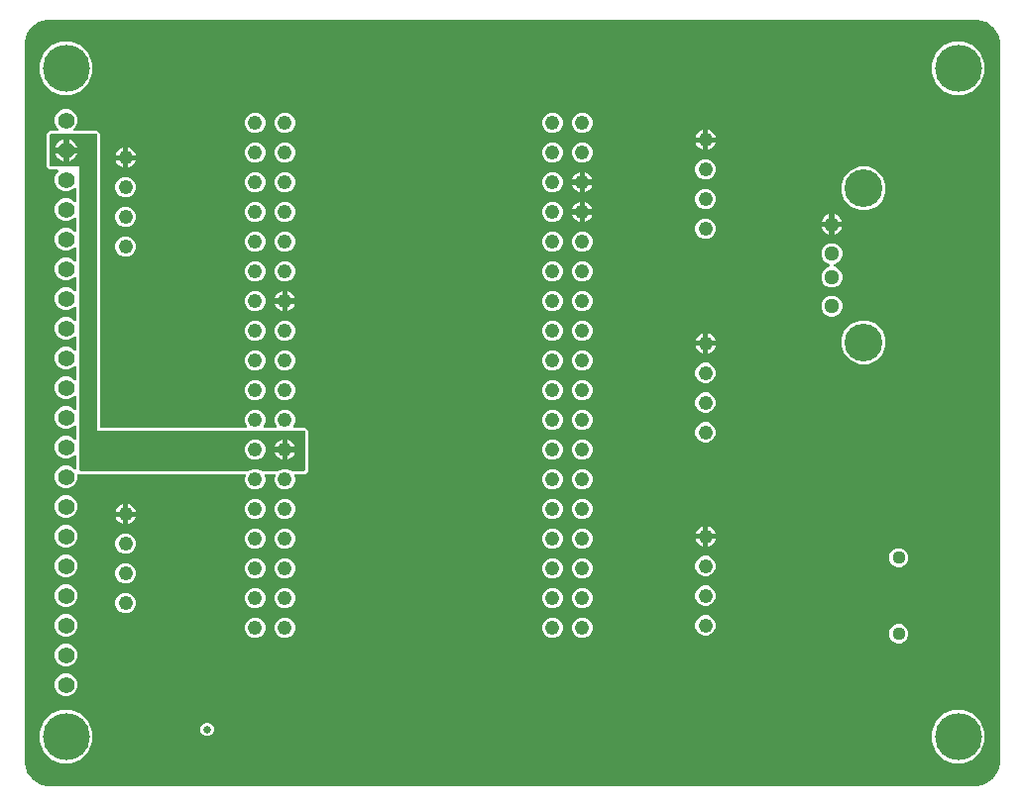
<source format=gbr>
G04 EAGLE Gerber RS-274X export*
G75*
%MOMM*%
%FSLAX34Y34*%
%LPD*%
%INCopper Layer 15*%
%IPPOS*%
%AMOC8*
5,1,8,0,0,1.08239X$1,22.5*%
G01*
%ADD10C,1.244600*%
%ADD11C,1.120000*%
%ADD12C,1.400000*%
%ADD13C,4.016000*%
%ADD14C,1.288000*%
%ADD15C,3.220000*%
%ADD16C,0.654800*%

G36*
X23906Y2539D02*
X23906Y2539D01*
X23970Y2541D01*
X25234Y2541D01*
X25255Y2543D01*
X25344Y2546D01*
X26318Y2631D01*
X26318Y2630D01*
X26430Y2602D01*
X26540Y2565D01*
X26584Y2562D01*
X26626Y2551D01*
X26787Y2541D01*
X811413Y2541D01*
X811457Y2546D01*
X811500Y2544D01*
X811614Y2566D01*
X811729Y2581D01*
X811769Y2597D01*
X811813Y2605D01*
X811869Y2632D01*
X812856Y2546D01*
X812877Y2546D01*
X812966Y2541D01*
X814215Y2541D01*
X814232Y2536D01*
X814331Y2530D01*
X814351Y2527D01*
X814364Y2528D01*
X814393Y2526D01*
X816555Y2526D01*
X816640Y2537D01*
X816725Y2538D01*
X816860Y2565D01*
X816870Y2566D01*
X816874Y2568D01*
X816883Y2569D01*
X823470Y4334D01*
X823601Y4388D01*
X823732Y4437D01*
X823754Y4450D01*
X823765Y4455D01*
X823781Y4466D01*
X823870Y4521D01*
X829456Y8432D01*
X829560Y8527D01*
X829667Y8618D01*
X829683Y8638D01*
X829692Y8646D01*
X829703Y8662D01*
X829768Y8744D01*
X833679Y14330D01*
X833745Y14454D01*
X833814Y14577D01*
X833822Y14602D01*
X833828Y14611D01*
X833832Y14630D01*
X833866Y14730D01*
X835631Y21317D01*
X835642Y21402D01*
X835664Y21484D01*
X835672Y21621D01*
X835674Y21632D01*
X835673Y21636D01*
X835674Y21645D01*
X835674Y23807D01*
X835661Y23906D01*
X835659Y23975D01*
X835659Y25234D01*
X835657Y25255D01*
X835654Y25344D01*
X835569Y26318D01*
X835570Y26318D01*
X835598Y26430D01*
X835635Y26540D01*
X835638Y26584D01*
X835649Y26626D01*
X835659Y26787D01*
X835659Y633613D01*
X835654Y633657D01*
X835656Y633700D01*
X835634Y633814D01*
X835619Y633929D01*
X835603Y633969D01*
X835595Y634013D01*
X835568Y634069D01*
X835654Y635056D01*
X835654Y635077D01*
X835659Y635166D01*
X835659Y636415D01*
X835664Y636432D01*
X835670Y636532D01*
X835673Y636552D01*
X835672Y636565D01*
X835674Y636593D01*
X835674Y638755D01*
X835663Y638840D01*
X835662Y638925D01*
X835635Y639060D01*
X835634Y639070D01*
X835632Y639074D01*
X835631Y639083D01*
X833866Y645670D01*
X833812Y645801D01*
X833763Y645932D01*
X833750Y645954D01*
X833745Y645965D01*
X833734Y645981D01*
X833679Y646070D01*
X829768Y651656D01*
X829673Y651760D01*
X829582Y651867D01*
X829562Y651883D01*
X829554Y651892D01*
X829538Y651903D01*
X829456Y651968D01*
X823870Y655879D01*
X823745Y655945D01*
X823623Y656014D01*
X823599Y656022D01*
X823589Y656028D01*
X823569Y656032D01*
X823470Y656066D01*
X816883Y657831D01*
X816798Y657842D01*
X816715Y657864D01*
X816579Y657872D01*
X816568Y657874D01*
X816564Y657873D01*
X816555Y657874D01*
X814393Y657874D01*
X814294Y657861D01*
X814225Y657859D01*
X812966Y657859D01*
X812945Y657857D01*
X812856Y657854D01*
X811882Y657769D01*
X811882Y657770D01*
X811770Y657798D01*
X811660Y657835D01*
X811616Y657838D01*
X811574Y657849D01*
X811413Y657859D01*
X26787Y657859D01*
X26743Y657854D01*
X26700Y657856D01*
X26586Y657834D01*
X26471Y657819D01*
X26431Y657803D01*
X26387Y657795D01*
X26331Y657768D01*
X25344Y657854D01*
X25323Y657854D01*
X25234Y657859D01*
X23985Y657859D01*
X23968Y657864D01*
X23868Y657870D01*
X23848Y657873D01*
X23835Y657872D01*
X23807Y657874D01*
X21645Y657874D01*
X21560Y657863D01*
X21475Y657862D01*
X21340Y657835D01*
X21330Y657834D01*
X21326Y657832D01*
X21317Y657831D01*
X14730Y656066D01*
X14599Y656012D01*
X14468Y655963D01*
X14446Y655950D01*
X14435Y655945D01*
X14419Y655934D01*
X14330Y655879D01*
X8744Y651968D01*
X8640Y651873D01*
X8533Y651782D01*
X8517Y651762D01*
X8508Y651754D01*
X8497Y651738D01*
X8432Y651656D01*
X4521Y646070D01*
X4455Y645945D01*
X4386Y645823D01*
X4378Y645799D01*
X4372Y645789D01*
X4368Y645769D01*
X4334Y645670D01*
X2569Y639083D01*
X2558Y638998D01*
X2536Y638915D01*
X2528Y638779D01*
X2526Y638768D01*
X2527Y638764D01*
X2526Y638755D01*
X2526Y636593D01*
X2539Y636494D01*
X2541Y636425D01*
X2541Y635166D01*
X2543Y635145D01*
X2546Y635056D01*
X2631Y634082D01*
X2630Y634082D01*
X2602Y633970D01*
X2565Y633860D01*
X2562Y633816D01*
X2551Y633774D01*
X2541Y633613D01*
X2541Y26787D01*
X2546Y26743D01*
X2544Y26700D01*
X2566Y26586D01*
X2581Y26471D01*
X2597Y26431D01*
X2605Y26387D01*
X2632Y26331D01*
X2546Y25344D01*
X2546Y25323D01*
X2541Y25234D01*
X2541Y23985D01*
X2536Y23968D01*
X2530Y23868D01*
X2527Y23848D01*
X2528Y23835D01*
X2526Y23807D01*
X2526Y21645D01*
X2537Y21560D01*
X2538Y21475D01*
X2565Y21340D01*
X2566Y21330D01*
X2568Y21326D01*
X2569Y21317D01*
X4334Y14730D01*
X4388Y14599D01*
X4437Y14468D01*
X4450Y14446D01*
X4455Y14435D01*
X4466Y14419D01*
X4521Y14330D01*
X8432Y8744D01*
X8527Y8640D01*
X8618Y8533D01*
X8638Y8517D01*
X8646Y8508D01*
X8662Y8497D01*
X8744Y8432D01*
X14330Y4521D01*
X14455Y4455D01*
X14577Y4386D01*
X14601Y4378D01*
X14611Y4372D01*
X14631Y4368D01*
X14730Y4334D01*
X21317Y2569D01*
X21402Y2558D01*
X21485Y2536D01*
X21621Y2528D01*
X21632Y2526D01*
X21636Y2527D01*
X21645Y2526D01*
X23807Y2526D01*
X23906Y2539D01*
G37*
%LPC*%
G36*
X197907Y255986D02*
X197907Y255986D01*
X194686Y257320D01*
X192220Y259786D01*
X190886Y263007D01*
X190886Y266493D01*
X191297Y267484D01*
X191310Y267532D01*
X191331Y267577D01*
X191352Y267685D01*
X191381Y267791D01*
X191382Y267841D01*
X191391Y267890D01*
X191384Y267999D01*
X191386Y268109D01*
X191374Y268157D01*
X191371Y268207D01*
X191337Y268311D01*
X191312Y268418D01*
X191288Y268462D01*
X191273Y268509D01*
X191214Y268602D01*
X191163Y268699D01*
X191130Y268736D01*
X191103Y268778D01*
X191023Y268853D01*
X190949Y268935D01*
X190908Y268962D01*
X190871Y268996D01*
X190775Y269049D01*
X190683Y269109D01*
X190636Y269126D01*
X190593Y269150D01*
X190487Y269177D01*
X190383Y269213D01*
X190333Y269217D01*
X190285Y269229D01*
X190124Y269239D01*
X48910Y269239D01*
X48792Y269224D01*
X48673Y269217D01*
X48635Y269204D01*
X48594Y269199D01*
X48484Y269156D01*
X48371Y269119D01*
X48336Y269097D01*
X48299Y269082D01*
X48203Y269013D01*
X48102Y268949D01*
X48074Y268919D01*
X48041Y268896D01*
X47965Y268804D01*
X47884Y268717D01*
X47864Y268682D01*
X47839Y268651D01*
X47788Y268543D01*
X47730Y268439D01*
X47720Y268399D01*
X47703Y268363D01*
X47681Y268246D01*
X47651Y268131D01*
X47647Y268071D01*
X47643Y268051D01*
X47645Y268030D01*
X47641Y267970D01*
X47641Y264802D01*
X46188Y261296D01*
X43504Y258612D01*
X39998Y257159D01*
X36202Y257159D01*
X32696Y258612D01*
X30012Y261296D01*
X28559Y264802D01*
X28559Y268598D01*
X30012Y272104D01*
X32696Y274788D01*
X36202Y276241D01*
X39998Y276241D01*
X43504Y274788D01*
X44823Y273470D01*
X44932Y273385D01*
X45039Y273296D01*
X45058Y273288D01*
X45074Y273275D01*
X45201Y273220D01*
X45327Y273161D01*
X45347Y273157D01*
X45366Y273149D01*
X45504Y273127D01*
X45640Y273101D01*
X45660Y273102D01*
X45680Y273099D01*
X45819Y273112D01*
X45957Y273121D01*
X45976Y273127D01*
X45996Y273129D01*
X46128Y273176D01*
X46259Y273219D01*
X46277Y273229D01*
X46296Y273236D01*
X46411Y273314D01*
X46528Y273389D01*
X46542Y273404D01*
X46559Y273415D01*
X46651Y273519D01*
X46746Y273620D01*
X46756Y273638D01*
X46769Y273653D01*
X46833Y273777D01*
X46900Y273899D01*
X46905Y273919D01*
X46914Y273937D01*
X46944Y274072D01*
X46979Y274207D01*
X46981Y274235D01*
X46984Y274247D01*
X46983Y274267D01*
X46989Y274368D01*
X46989Y284432D01*
X46972Y284570D01*
X46959Y284709D01*
X46952Y284728D01*
X46949Y284748D01*
X46898Y284877D01*
X46851Y285008D01*
X46840Y285025D01*
X46832Y285044D01*
X46751Y285156D01*
X46673Y285271D01*
X46657Y285285D01*
X46646Y285301D01*
X46538Y285390D01*
X46434Y285482D01*
X46416Y285491D01*
X46401Y285504D01*
X46275Y285563D01*
X46151Y285626D01*
X46131Y285631D01*
X46113Y285639D01*
X45976Y285665D01*
X45841Y285696D01*
X45820Y285695D01*
X45801Y285699D01*
X45662Y285690D01*
X45523Y285686D01*
X45503Y285681D01*
X45483Y285679D01*
X45351Y285637D01*
X45217Y285598D01*
X45200Y285588D01*
X45181Y285581D01*
X45063Y285507D01*
X44943Y285436D01*
X44922Y285418D01*
X44912Y285411D01*
X44898Y285396D01*
X44823Y285330D01*
X43504Y284012D01*
X39998Y282559D01*
X36202Y282559D01*
X32696Y284012D01*
X30012Y286696D01*
X28559Y290202D01*
X28559Y293998D01*
X30012Y297504D01*
X32696Y300188D01*
X36202Y301641D01*
X39998Y301641D01*
X43504Y300188D01*
X44823Y298870D01*
X44932Y298785D01*
X45039Y298696D01*
X45058Y298688D01*
X45074Y298675D01*
X45201Y298620D01*
X45327Y298561D01*
X45347Y298557D01*
X45366Y298549D01*
X45504Y298527D01*
X45640Y298501D01*
X45660Y298502D01*
X45680Y298499D01*
X45819Y298512D01*
X45957Y298521D01*
X45976Y298527D01*
X45996Y298529D01*
X46128Y298576D01*
X46259Y298619D01*
X46277Y298629D01*
X46296Y298636D01*
X46411Y298714D01*
X46528Y298789D01*
X46542Y298804D01*
X46559Y298815D01*
X46651Y298919D01*
X46746Y299020D01*
X46756Y299038D01*
X46769Y299053D01*
X46833Y299177D01*
X46900Y299299D01*
X46905Y299319D01*
X46914Y299337D01*
X46944Y299472D01*
X46979Y299607D01*
X46981Y299635D01*
X46984Y299647D01*
X46983Y299667D01*
X46989Y299768D01*
X46989Y309832D01*
X46972Y309970D01*
X46959Y310109D01*
X46952Y310128D01*
X46949Y310148D01*
X46898Y310277D01*
X46851Y310408D01*
X46840Y310425D01*
X46832Y310444D01*
X46751Y310556D01*
X46673Y310671D01*
X46657Y310685D01*
X46646Y310701D01*
X46538Y310790D01*
X46434Y310882D01*
X46416Y310891D01*
X46401Y310904D01*
X46275Y310963D01*
X46151Y311026D01*
X46131Y311031D01*
X46113Y311039D01*
X45976Y311065D01*
X45841Y311096D01*
X45820Y311095D01*
X45801Y311099D01*
X45662Y311090D01*
X45523Y311086D01*
X45503Y311081D01*
X45483Y311079D01*
X45351Y311037D01*
X45217Y310998D01*
X45200Y310988D01*
X45181Y310981D01*
X45063Y310907D01*
X44943Y310836D01*
X44922Y310818D01*
X44912Y310811D01*
X44898Y310796D01*
X44823Y310730D01*
X43504Y309412D01*
X39998Y307959D01*
X36202Y307959D01*
X32696Y309412D01*
X30012Y312096D01*
X28559Y315602D01*
X28559Y319398D01*
X30012Y322904D01*
X32696Y325588D01*
X36202Y327041D01*
X39998Y327041D01*
X43504Y325588D01*
X44823Y324270D01*
X44932Y324185D01*
X45039Y324096D01*
X45058Y324088D01*
X45074Y324075D01*
X45201Y324020D01*
X45327Y323961D01*
X45347Y323957D01*
X45366Y323949D01*
X45504Y323927D01*
X45640Y323901D01*
X45660Y323902D01*
X45680Y323899D01*
X45819Y323912D01*
X45957Y323921D01*
X45976Y323927D01*
X45996Y323929D01*
X46128Y323976D01*
X46259Y324019D01*
X46277Y324029D01*
X46296Y324036D01*
X46411Y324114D01*
X46528Y324189D01*
X46542Y324204D01*
X46559Y324215D01*
X46651Y324319D01*
X46746Y324420D01*
X46756Y324438D01*
X46769Y324453D01*
X46833Y324577D01*
X46900Y324699D01*
X46905Y324719D01*
X46914Y324737D01*
X46944Y324872D01*
X46979Y325007D01*
X46981Y325035D01*
X46984Y325047D01*
X46983Y325067D01*
X46989Y325168D01*
X46989Y335232D01*
X46972Y335370D01*
X46959Y335509D01*
X46952Y335528D01*
X46949Y335548D01*
X46898Y335677D01*
X46851Y335808D01*
X46840Y335825D01*
X46832Y335844D01*
X46751Y335956D01*
X46673Y336071D01*
X46657Y336085D01*
X46646Y336101D01*
X46538Y336190D01*
X46434Y336282D01*
X46416Y336291D01*
X46401Y336304D01*
X46275Y336363D01*
X46151Y336426D01*
X46131Y336431D01*
X46113Y336439D01*
X45976Y336465D01*
X45841Y336496D01*
X45820Y336495D01*
X45801Y336499D01*
X45662Y336490D01*
X45523Y336486D01*
X45503Y336481D01*
X45483Y336479D01*
X45351Y336437D01*
X45217Y336398D01*
X45200Y336388D01*
X45181Y336381D01*
X45063Y336307D01*
X44943Y336236D01*
X44922Y336218D01*
X44912Y336211D01*
X44898Y336196D01*
X44823Y336130D01*
X43504Y334812D01*
X39998Y333359D01*
X36202Y333359D01*
X32696Y334812D01*
X30012Y337496D01*
X28559Y341002D01*
X28559Y344798D01*
X30012Y348304D01*
X32696Y350988D01*
X36202Y352441D01*
X39998Y352441D01*
X43504Y350988D01*
X44823Y349670D01*
X44932Y349585D01*
X45039Y349496D01*
X45058Y349488D01*
X45074Y349475D01*
X45201Y349420D01*
X45327Y349361D01*
X45347Y349357D01*
X45366Y349349D01*
X45504Y349327D01*
X45640Y349301D01*
X45660Y349302D01*
X45680Y349299D01*
X45819Y349312D01*
X45957Y349321D01*
X45976Y349327D01*
X45996Y349329D01*
X46128Y349376D01*
X46259Y349419D01*
X46277Y349429D01*
X46296Y349436D01*
X46411Y349514D01*
X46528Y349589D01*
X46542Y349604D01*
X46559Y349615D01*
X46651Y349719D01*
X46746Y349820D01*
X46756Y349838D01*
X46769Y349853D01*
X46833Y349977D01*
X46900Y350099D01*
X46905Y350119D01*
X46914Y350137D01*
X46944Y350272D01*
X46979Y350407D01*
X46981Y350435D01*
X46984Y350447D01*
X46983Y350467D01*
X46989Y350568D01*
X46989Y360632D01*
X46972Y360770D01*
X46959Y360909D01*
X46952Y360928D01*
X46949Y360948D01*
X46898Y361077D01*
X46851Y361208D01*
X46840Y361225D01*
X46832Y361244D01*
X46751Y361356D01*
X46673Y361471D01*
X46657Y361485D01*
X46646Y361501D01*
X46538Y361590D01*
X46434Y361682D01*
X46416Y361691D01*
X46401Y361704D01*
X46275Y361763D01*
X46151Y361826D01*
X46131Y361831D01*
X46113Y361839D01*
X45976Y361865D01*
X45841Y361896D01*
X45820Y361895D01*
X45801Y361899D01*
X45662Y361890D01*
X45523Y361886D01*
X45503Y361881D01*
X45483Y361879D01*
X45351Y361837D01*
X45217Y361798D01*
X45200Y361788D01*
X45181Y361781D01*
X45063Y361707D01*
X44943Y361636D01*
X44922Y361618D01*
X44912Y361611D01*
X44898Y361596D01*
X44823Y361530D01*
X43504Y360212D01*
X39998Y358759D01*
X36202Y358759D01*
X32696Y360212D01*
X30012Y362896D01*
X28559Y366402D01*
X28559Y370198D01*
X30012Y373704D01*
X32696Y376388D01*
X36202Y377841D01*
X39998Y377841D01*
X43504Y376388D01*
X44823Y375070D01*
X44932Y374985D01*
X45039Y374896D01*
X45058Y374888D01*
X45074Y374875D01*
X45201Y374820D01*
X45327Y374761D01*
X45347Y374757D01*
X45366Y374749D01*
X45504Y374727D01*
X45640Y374701D01*
X45660Y374702D01*
X45680Y374699D01*
X45819Y374712D01*
X45957Y374721D01*
X45976Y374727D01*
X45996Y374729D01*
X46128Y374776D01*
X46259Y374819D01*
X46277Y374829D01*
X46296Y374836D01*
X46411Y374914D01*
X46528Y374989D01*
X46542Y375004D01*
X46559Y375015D01*
X46651Y375119D01*
X46746Y375220D01*
X46756Y375238D01*
X46769Y375253D01*
X46833Y375377D01*
X46900Y375499D01*
X46905Y375519D01*
X46914Y375537D01*
X46944Y375672D01*
X46979Y375807D01*
X46981Y375835D01*
X46984Y375847D01*
X46983Y375867D01*
X46989Y375968D01*
X46989Y386032D01*
X46972Y386170D01*
X46959Y386309D01*
X46952Y386328D01*
X46949Y386348D01*
X46898Y386477D01*
X46851Y386608D01*
X46840Y386625D01*
X46832Y386644D01*
X46751Y386756D01*
X46673Y386871D01*
X46657Y386885D01*
X46646Y386901D01*
X46538Y386990D01*
X46434Y387082D01*
X46416Y387091D01*
X46401Y387104D01*
X46275Y387163D01*
X46151Y387226D01*
X46131Y387231D01*
X46113Y387239D01*
X45976Y387265D01*
X45841Y387296D01*
X45820Y387295D01*
X45801Y387299D01*
X45662Y387290D01*
X45523Y387286D01*
X45503Y387281D01*
X45483Y387279D01*
X45351Y387237D01*
X45217Y387198D01*
X45200Y387188D01*
X45181Y387181D01*
X45063Y387107D01*
X44943Y387036D01*
X44922Y387018D01*
X44912Y387011D01*
X44898Y386996D01*
X44823Y386930D01*
X43504Y385612D01*
X39998Y384159D01*
X36202Y384159D01*
X32696Y385612D01*
X30012Y388296D01*
X28559Y391802D01*
X28559Y395598D01*
X30012Y399104D01*
X32696Y401788D01*
X36202Y403241D01*
X39998Y403241D01*
X43504Y401788D01*
X44823Y400470D01*
X44932Y400385D01*
X45039Y400296D01*
X45058Y400288D01*
X45074Y400275D01*
X45201Y400220D01*
X45327Y400161D01*
X45347Y400157D01*
X45366Y400149D01*
X45504Y400127D01*
X45640Y400101D01*
X45660Y400102D01*
X45680Y400099D01*
X45819Y400112D01*
X45957Y400121D01*
X45976Y400127D01*
X45996Y400129D01*
X46128Y400176D01*
X46259Y400219D01*
X46277Y400229D01*
X46296Y400236D01*
X46411Y400314D01*
X46528Y400389D01*
X46542Y400404D01*
X46559Y400415D01*
X46651Y400519D01*
X46746Y400620D01*
X46756Y400638D01*
X46769Y400653D01*
X46833Y400777D01*
X46900Y400899D01*
X46905Y400919D01*
X46914Y400937D01*
X46944Y401072D01*
X46979Y401207D01*
X46981Y401235D01*
X46984Y401247D01*
X46983Y401267D01*
X46989Y401368D01*
X46989Y411432D01*
X46972Y411570D01*
X46959Y411709D01*
X46952Y411728D01*
X46949Y411748D01*
X46898Y411877D01*
X46851Y412008D01*
X46840Y412025D01*
X46832Y412044D01*
X46751Y412156D01*
X46673Y412271D01*
X46657Y412285D01*
X46646Y412301D01*
X46538Y412390D01*
X46434Y412482D01*
X46416Y412491D01*
X46401Y412504D01*
X46275Y412563D01*
X46151Y412626D01*
X46131Y412631D01*
X46113Y412639D01*
X45976Y412665D01*
X45841Y412696D01*
X45820Y412695D01*
X45801Y412699D01*
X45662Y412690D01*
X45523Y412686D01*
X45503Y412681D01*
X45483Y412679D01*
X45351Y412637D01*
X45217Y412598D01*
X45200Y412588D01*
X45181Y412581D01*
X45063Y412507D01*
X44943Y412436D01*
X44922Y412418D01*
X44912Y412411D01*
X44898Y412396D01*
X44823Y412330D01*
X43504Y411012D01*
X39998Y409559D01*
X36202Y409559D01*
X32696Y411012D01*
X30012Y413696D01*
X28559Y417202D01*
X28559Y420998D01*
X30012Y424504D01*
X32696Y427188D01*
X36202Y428641D01*
X39998Y428641D01*
X43504Y427188D01*
X44823Y425870D01*
X44932Y425785D01*
X45039Y425696D01*
X45058Y425688D01*
X45074Y425675D01*
X45201Y425620D01*
X45327Y425561D01*
X45347Y425557D01*
X45366Y425549D01*
X45504Y425527D01*
X45640Y425501D01*
X45660Y425502D01*
X45680Y425499D01*
X45819Y425512D01*
X45957Y425521D01*
X45976Y425527D01*
X45996Y425529D01*
X46128Y425576D01*
X46259Y425619D01*
X46277Y425629D01*
X46296Y425636D01*
X46411Y425714D01*
X46528Y425789D01*
X46542Y425804D01*
X46559Y425815D01*
X46651Y425919D01*
X46746Y426020D01*
X46756Y426038D01*
X46769Y426053D01*
X46833Y426177D01*
X46900Y426299D01*
X46905Y426319D01*
X46914Y426337D01*
X46944Y426472D01*
X46979Y426607D01*
X46981Y426635D01*
X46984Y426647D01*
X46983Y426667D01*
X46989Y426768D01*
X46989Y436832D01*
X46972Y436970D01*
X46959Y437109D01*
X46952Y437128D01*
X46949Y437148D01*
X46898Y437277D01*
X46851Y437408D01*
X46840Y437425D01*
X46832Y437444D01*
X46751Y437556D01*
X46673Y437671D01*
X46657Y437685D01*
X46646Y437701D01*
X46538Y437790D01*
X46434Y437882D01*
X46416Y437891D01*
X46401Y437904D01*
X46275Y437963D01*
X46151Y438026D01*
X46131Y438031D01*
X46113Y438039D01*
X45976Y438065D01*
X45841Y438096D01*
X45820Y438095D01*
X45801Y438099D01*
X45662Y438090D01*
X45523Y438086D01*
X45503Y438081D01*
X45483Y438079D01*
X45351Y438037D01*
X45217Y437998D01*
X45200Y437988D01*
X45181Y437981D01*
X45063Y437907D01*
X44943Y437836D01*
X44922Y437818D01*
X44912Y437811D01*
X44898Y437796D01*
X44823Y437730D01*
X43504Y436412D01*
X39998Y434959D01*
X36202Y434959D01*
X32696Y436412D01*
X30012Y439096D01*
X28559Y442602D01*
X28559Y446398D01*
X30012Y449904D01*
X32696Y452588D01*
X36202Y454041D01*
X39998Y454041D01*
X43504Y452588D01*
X44823Y451270D01*
X44932Y451185D01*
X45039Y451096D01*
X45058Y451088D01*
X45074Y451075D01*
X45201Y451020D01*
X45327Y450961D01*
X45347Y450957D01*
X45366Y450949D01*
X45504Y450927D01*
X45640Y450901D01*
X45660Y450902D01*
X45680Y450899D01*
X45819Y450912D01*
X45957Y450921D01*
X45976Y450927D01*
X45996Y450929D01*
X46128Y450976D01*
X46259Y451019D01*
X46277Y451029D01*
X46296Y451036D01*
X46411Y451114D01*
X46528Y451189D01*
X46542Y451204D01*
X46559Y451215D01*
X46651Y451319D01*
X46746Y451420D01*
X46756Y451438D01*
X46769Y451453D01*
X46833Y451577D01*
X46900Y451699D01*
X46905Y451719D01*
X46914Y451737D01*
X46944Y451872D01*
X46979Y452007D01*
X46981Y452035D01*
X46984Y452047D01*
X46983Y452067D01*
X46989Y452168D01*
X46989Y462232D01*
X46972Y462370D01*
X46959Y462509D01*
X46952Y462528D01*
X46949Y462548D01*
X46898Y462677D01*
X46851Y462808D01*
X46840Y462825D01*
X46832Y462844D01*
X46751Y462956D01*
X46673Y463071D01*
X46657Y463085D01*
X46646Y463101D01*
X46538Y463190D01*
X46434Y463282D01*
X46416Y463291D01*
X46401Y463304D01*
X46275Y463363D01*
X46151Y463426D01*
X46131Y463431D01*
X46113Y463439D01*
X45976Y463465D01*
X45841Y463496D01*
X45820Y463495D01*
X45801Y463499D01*
X45662Y463490D01*
X45523Y463486D01*
X45503Y463481D01*
X45483Y463479D01*
X45351Y463437D01*
X45217Y463398D01*
X45200Y463388D01*
X45181Y463381D01*
X45063Y463307D01*
X44943Y463236D01*
X44922Y463218D01*
X44912Y463211D01*
X44898Y463196D01*
X44823Y463130D01*
X43504Y461812D01*
X39998Y460359D01*
X36202Y460359D01*
X32696Y461812D01*
X30012Y464496D01*
X28559Y468002D01*
X28559Y471798D01*
X30012Y475304D01*
X32696Y477988D01*
X36202Y479441D01*
X39998Y479441D01*
X43504Y477988D01*
X44823Y476670D01*
X44932Y476585D01*
X45039Y476496D01*
X45058Y476488D01*
X45074Y476475D01*
X45201Y476420D01*
X45327Y476361D01*
X45347Y476357D01*
X45366Y476349D01*
X45504Y476327D01*
X45640Y476301D01*
X45660Y476302D01*
X45680Y476299D01*
X45819Y476312D01*
X45957Y476321D01*
X45976Y476327D01*
X45996Y476329D01*
X46128Y476376D01*
X46259Y476419D01*
X46277Y476429D01*
X46296Y476436D01*
X46411Y476514D01*
X46528Y476589D01*
X46542Y476604D01*
X46559Y476615D01*
X46651Y476719D01*
X46746Y476820D01*
X46756Y476838D01*
X46769Y476853D01*
X46833Y476977D01*
X46900Y477099D01*
X46905Y477119D01*
X46914Y477137D01*
X46944Y477272D01*
X46979Y477407D01*
X46981Y477435D01*
X46984Y477447D01*
X46983Y477467D01*
X46989Y477568D01*
X46989Y487632D01*
X46972Y487770D01*
X46959Y487909D01*
X46952Y487928D01*
X46949Y487948D01*
X46898Y488077D01*
X46851Y488208D01*
X46840Y488225D01*
X46832Y488244D01*
X46751Y488356D01*
X46673Y488471D01*
X46657Y488485D01*
X46646Y488501D01*
X46538Y488590D01*
X46434Y488682D01*
X46416Y488691D01*
X46401Y488704D01*
X46275Y488763D01*
X46151Y488826D01*
X46131Y488831D01*
X46113Y488839D01*
X45976Y488865D01*
X45841Y488896D01*
X45820Y488895D01*
X45801Y488899D01*
X45662Y488890D01*
X45523Y488886D01*
X45503Y488881D01*
X45483Y488879D01*
X45351Y488837D01*
X45217Y488798D01*
X45200Y488788D01*
X45181Y488781D01*
X45063Y488707D01*
X44943Y488636D01*
X44922Y488618D01*
X44912Y488611D01*
X44898Y488596D01*
X44823Y488530D01*
X43504Y487212D01*
X39998Y485759D01*
X36202Y485759D01*
X32696Y487212D01*
X30012Y489896D01*
X28559Y493402D01*
X28559Y497198D01*
X30012Y500704D01*
X32696Y503388D01*
X36202Y504841D01*
X39998Y504841D01*
X43504Y503388D01*
X44823Y502070D01*
X44932Y501985D01*
X45039Y501896D01*
X45058Y501888D01*
X45074Y501875D01*
X45201Y501820D01*
X45327Y501761D01*
X45347Y501757D01*
X45366Y501749D01*
X45504Y501727D01*
X45640Y501701D01*
X45660Y501702D01*
X45680Y501699D01*
X45819Y501712D01*
X45957Y501721D01*
X45976Y501727D01*
X45996Y501729D01*
X46128Y501776D01*
X46259Y501819D01*
X46277Y501829D01*
X46296Y501836D01*
X46411Y501914D01*
X46528Y501989D01*
X46542Y502004D01*
X46559Y502015D01*
X46651Y502119D01*
X46746Y502220D01*
X46756Y502238D01*
X46769Y502253D01*
X46833Y502377D01*
X46900Y502499D01*
X46905Y502519D01*
X46914Y502537D01*
X46944Y502672D01*
X46979Y502807D01*
X46981Y502835D01*
X46984Y502847D01*
X46983Y502867D01*
X46989Y502968D01*
X46989Y513032D01*
X46972Y513170D01*
X46959Y513309D01*
X46952Y513328D01*
X46949Y513348D01*
X46898Y513477D01*
X46851Y513608D01*
X46840Y513625D01*
X46832Y513644D01*
X46751Y513756D01*
X46673Y513871D01*
X46657Y513885D01*
X46646Y513901D01*
X46538Y513990D01*
X46434Y514082D01*
X46416Y514091D01*
X46401Y514104D01*
X46275Y514163D01*
X46151Y514226D01*
X46131Y514231D01*
X46113Y514239D01*
X45976Y514265D01*
X45841Y514296D01*
X45820Y514295D01*
X45801Y514299D01*
X45662Y514290D01*
X45523Y514286D01*
X45503Y514281D01*
X45483Y514279D01*
X45351Y514237D01*
X45217Y514198D01*
X45200Y514188D01*
X45181Y514181D01*
X45063Y514107D01*
X44943Y514036D01*
X44922Y514018D01*
X44912Y514011D01*
X44898Y513996D01*
X44823Y513930D01*
X43504Y512612D01*
X39998Y511159D01*
X36202Y511159D01*
X32696Y512612D01*
X30012Y515296D01*
X28559Y518802D01*
X28559Y522598D01*
X30012Y526104D01*
X31330Y527423D01*
X31415Y527532D01*
X31504Y527639D01*
X31512Y527658D01*
X31525Y527674D01*
X31580Y527801D01*
X31639Y527927D01*
X31643Y527947D01*
X31651Y527966D01*
X31673Y528104D01*
X31699Y528240D01*
X31698Y528260D01*
X31701Y528280D01*
X31688Y528419D01*
X31679Y528557D01*
X31673Y528576D01*
X31671Y528596D01*
X31624Y528728D01*
X31581Y528859D01*
X31571Y528877D01*
X31564Y528896D01*
X31486Y529011D01*
X31411Y529128D01*
X31396Y529142D01*
X31385Y529159D01*
X31281Y529251D01*
X31180Y529346D01*
X31162Y529356D01*
X31147Y529369D01*
X31023Y529433D01*
X30901Y529500D01*
X30881Y529505D01*
X30863Y529514D01*
X30728Y529544D01*
X30593Y529579D01*
X30565Y529581D01*
X30553Y529584D01*
X30533Y529583D01*
X30432Y529589D01*
X23822Y529589D01*
X21589Y531822D01*
X21589Y560378D01*
X23822Y562611D01*
X30432Y562611D01*
X30570Y562628D01*
X30709Y562641D01*
X30728Y562648D01*
X30748Y562651D01*
X30877Y562702D01*
X31008Y562749D01*
X31025Y562760D01*
X31044Y562768D01*
X31156Y562849D01*
X31271Y562927D01*
X31285Y562943D01*
X31301Y562954D01*
X31390Y563062D01*
X31482Y563166D01*
X31491Y563184D01*
X31504Y563199D01*
X31563Y563325D01*
X31626Y563449D01*
X31631Y563469D01*
X31639Y563487D01*
X31665Y563624D01*
X31696Y563759D01*
X31695Y563780D01*
X31699Y563799D01*
X31690Y563938D01*
X31686Y564077D01*
X31681Y564097D01*
X31679Y564117D01*
X31637Y564249D01*
X31598Y564383D01*
X31588Y564400D01*
X31581Y564419D01*
X31507Y564537D01*
X31436Y564657D01*
X31418Y564678D01*
X31411Y564688D01*
X31396Y564702D01*
X31330Y564777D01*
X30012Y566096D01*
X28559Y569602D01*
X28559Y573398D01*
X30012Y576904D01*
X32696Y579588D01*
X36202Y581041D01*
X39998Y581041D01*
X43504Y579588D01*
X46188Y576904D01*
X47641Y573398D01*
X47641Y569602D01*
X46188Y566096D01*
X44870Y564777D01*
X44785Y564668D01*
X44696Y564561D01*
X44688Y564542D01*
X44675Y564526D01*
X44620Y564399D01*
X44561Y564273D01*
X44557Y564253D01*
X44549Y564234D01*
X44527Y564096D01*
X44501Y563960D01*
X44502Y563940D01*
X44499Y563920D01*
X44512Y563781D01*
X44521Y563643D01*
X44527Y563624D01*
X44529Y563604D01*
X44576Y563472D01*
X44619Y563341D01*
X44629Y563323D01*
X44636Y563304D01*
X44714Y563189D01*
X44789Y563072D01*
X44804Y563058D01*
X44815Y563041D01*
X44919Y562949D01*
X45020Y562854D01*
X45038Y562844D01*
X45053Y562831D01*
X45177Y562767D01*
X45299Y562700D01*
X45319Y562695D01*
X45337Y562686D01*
X45472Y562656D01*
X45607Y562621D01*
X45635Y562619D01*
X45647Y562616D01*
X45667Y562617D01*
X45768Y562611D01*
X65078Y562611D01*
X67311Y560378D01*
X67311Y309880D01*
X67326Y309762D01*
X67333Y309643D01*
X67346Y309605D01*
X67351Y309564D01*
X67394Y309454D01*
X67431Y309341D01*
X67453Y309306D01*
X67468Y309269D01*
X67537Y309173D01*
X67601Y309072D01*
X67631Y309044D01*
X67654Y309011D01*
X67746Y308935D01*
X67833Y308854D01*
X67868Y308834D01*
X67899Y308809D01*
X68007Y308758D01*
X68111Y308700D01*
X68151Y308690D01*
X68187Y308673D01*
X68304Y308651D01*
X68419Y308621D01*
X68479Y308617D01*
X68499Y308613D01*
X68520Y308615D01*
X68580Y308611D01*
X191139Y308611D01*
X191188Y308617D01*
X191238Y308615D01*
X191345Y308637D01*
X191455Y308651D01*
X191501Y308669D01*
X191549Y308679D01*
X191648Y308727D01*
X191750Y308768D01*
X191790Y308797D01*
X191835Y308819D01*
X191919Y308890D01*
X192008Y308954D01*
X192039Y308993D01*
X192077Y309025D01*
X192140Y309115D01*
X192210Y309199D01*
X192232Y309244D01*
X192260Y309285D01*
X192299Y309388D01*
X192346Y309487D01*
X192355Y309536D01*
X192373Y309582D01*
X192385Y309692D01*
X192406Y309799D01*
X192403Y309849D01*
X192408Y309898D01*
X192393Y310007D01*
X192386Y310117D01*
X192371Y310164D01*
X192364Y310213D01*
X192312Y310366D01*
X190886Y313807D01*
X190886Y317293D01*
X192220Y320514D01*
X194686Y322980D01*
X197907Y324314D01*
X201393Y324314D01*
X204614Y322980D01*
X207080Y320514D01*
X208414Y317293D01*
X208414Y313807D01*
X206988Y310366D01*
X206975Y310318D01*
X206954Y310273D01*
X206933Y310165D01*
X206904Y310059D01*
X206904Y310009D01*
X206894Y309960D01*
X206901Y309851D01*
X206899Y309741D01*
X206911Y309693D01*
X206914Y309643D01*
X206948Y309539D01*
X206974Y309432D01*
X206997Y309388D01*
X207012Y309341D01*
X207071Y309248D01*
X207122Y309151D01*
X207156Y309114D01*
X207182Y309072D01*
X207262Y308997D01*
X207336Y308915D01*
X207378Y308888D01*
X207414Y308854D01*
X207510Y308801D01*
X207602Y308741D01*
X207649Y308724D01*
X207692Y308700D01*
X207799Y308673D01*
X207903Y308637D01*
X207952Y308633D01*
X208000Y308621D01*
X208161Y308611D01*
X216539Y308611D01*
X216588Y308617D01*
X216638Y308615D01*
X216745Y308637D01*
X216855Y308651D01*
X216901Y308669D01*
X216949Y308679D01*
X217048Y308727D01*
X217150Y308768D01*
X217190Y308797D01*
X217235Y308819D01*
X217319Y308890D01*
X217408Y308954D01*
X217439Y308993D01*
X217477Y309025D01*
X217540Y309115D01*
X217610Y309199D01*
X217632Y309244D01*
X217660Y309285D01*
X217699Y309388D01*
X217746Y309487D01*
X217755Y309536D01*
X217773Y309582D01*
X217785Y309692D01*
X217806Y309799D01*
X217803Y309849D01*
X217808Y309898D01*
X217793Y310007D01*
X217786Y310117D01*
X217771Y310164D01*
X217764Y310213D01*
X217712Y310366D01*
X216286Y313807D01*
X216286Y317293D01*
X217620Y320514D01*
X220086Y322980D01*
X223307Y324314D01*
X226793Y324314D01*
X230014Y322980D01*
X232480Y320514D01*
X233814Y317293D01*
X233814Y313807D01*
X232388Y310366D01*
X232375Y310318D01*
X232354Y310273D01*
X232333Y310165D01*
X232304Y310059D01*
X232304Y310009D01*
X232294Y309960D01*
X232301Y309851D01*
X232299Y309741D01*
X232311Y309693D01*
X232314Y309643D01*
X232348Y309539D01*
X232374Y309432D01*
X232397Y309388D01*
X232412Y309341D01*
X232471Y309248D01*
X232522Y309151D01*
X232556Y309114D01*
X232582Y309072D01*
X232662Y308997D01*
X232736Y308915D01*
X232778Y308888D01*
X232814Y308854D01*
X232910Y308801D01*
X233002Y308741D01*
X233049Y308724D01*
X233092Y308700D01*
X233199Y308673D01*
X233303Y308637D01*
X233352Y308633D01*
X233400Y308621D01*
X233561Y308611D01*
X242878Y308611D01*
X245111Y306378D01*
X245111Y271472D01*
X242878Y269239D01*
X234576Y269239D01*
X234526Y269233D01*
X234477Y269235D01*
X234369Y269213D01*
X234260Y269199D01*
X234214Y269181D01*
X234165Y269171D01*
X234067Y269123D01*
X233965Y269082D01*
X233924Y269053D01*
X233880Y269031D01*
X233796Y268960D01*
X233707Y268896D01*
X233676Y268857D01*
X233638Y268825D01*
X233575Y268735D01*
X233504Y268651D01*
X233483Y268606D01*
X233455Y268565D01*
X233416Y268462D01*
X233369Y268363D01*
X233360Y268314D01*
X233342Y268268D01*
X233330Y268158D01*
X233309Y268051D01*
X233312Y268001D01*
X233307Y267952D01*
X233322Y267843D01*
X233329Y267733D01*
X233344Y267686D01*
X233351Y267637D01*
X233403Y267484D01*
X233814Y266493D01*
X233814Y263007D01*
X232480Y259786D01*
X230014Y257320D01*
X226793Y255986D01*
X223307Y255986D01*
X220086Y257320D01*
X217620Y259786D01*
X216286Y263007D01*
X216286Y266493D01*
X216697Y267484D01*
X216710Y267532D01*
X216731Y267577D01*
X216752Y267685D01*
X216781Y267791D01*
X216782Y267841D01*
X216791Y267890D01*
X216784Y267999D01*
X216786Y268109D01*
X216774Y268157D01*
X216771Y268207D01*
X216737Y268311D01*
X216712Y268418D01*
X216688Y268462D01*
X216673Y268509D01*
X216614Y268602D01*
X216563Y268699D01*
X216530Y268736D01*
X216503Y268778D01*
X216423Y268853D01*
X216349Y268935D01*
X216308Y268962D01*
X216271Y268996D01*
X216175Y269049D01*
X216083Y269109D01*
X216036Y269126D01*
X215993Y269150D01*
X215887Y269177D01*
X215783Y269213D01*
X215733Y269217D01*
X215685Y269229D01*
X215524Y269239D01*
X209176Y269239D01*
X209126Y269233D01*
X209077Y269235D01*
X208969Y269213D01*
X208860Y269199D01*
X208814Y269181D01*
X208765Y269171D01*
X208667Y269123D01*
X208565Y269082D01*
X208524Y269053D01*
X208480Y269031D01*
X208396Y268960D01*
X208307Y268896D01*
X208276Y268857D01*
X208238Y268825D01*
X208175Y268735D01*
X208104Y268651D01*
X208083Y268606D01*
X208055Y268565D01*
X208016Y268462D01*
X207969Y268363D01*
X207960Y268314D01*
X207942Y268268D01*
X207930Y268158D01*
X207909Y268051D01*
X207912Y268001D01*
X207907Y267952D01*
X207922Y267843D01*
X207929Y267733D01*
X207944Y267686D01*
X207951Y267637D01*
X208003Y267484D01*
X208414Y266493D01*
X208414Y263007D01*
X207080Y259786D01*
X204614Y257320D01*
X201393Y255986D01*
X197907Y255986D01*
G37*
%LPD*%
G36*
X193859Y271793D02*
X193859Y271793D01*
X193958Y271796D01*
X194017Y271813D01*
X194077Y271821D01*
X194169Y271857D01*
X194264Y271885D01*
X194316Y271915D01*
X194372Y271938D01*
X194452Y271996D01*
X194538Y272046D01*
X194613Y272112D01*
X194630Y272124D01*
X194638Y272134D01*
X194659Y272153D01*
X194686Y272180D01*
X197907Y273514D01*
X201393Y273514D01*
X204614Y272180D01*
X204641Y272153D01*
X204720Y272092D01*
X204792Y272024D01*
X204845Y271995D01*
X204893Y271958D01*
X204984Y271918D01*
X205070Y271870D01*
X205129Y271855D01*
X205184Y271831D01*
X205282Y271816D01*
X205378Y271791D01*
X205478Y271785D01*
X205498Y271781D01*
X205511Y271783D01*
X205539Y271781D01*
X219161Y271781D01*
X219259Y271793D01*
X219358Y271796D01*
X219417Y271813D01*
X219477Y271821D01*
X219569Y271857D01*
X219664Y271885D01*
X219716Y271915D01*
X219772Y271938D01*
X219852Y271996D01*
X219938Y272046D01*
X220013Y272112D01*
X220030Y272124D01*
X220038Y272134D01*
X220059Y272153D01*
X220086Y272180D01*
X223307Y273514D01*
X226793Y273514D01*
X230014Y272180D01*
X230041Y272153D01*
X230120Y272092D01*
X230192Y272024D01*
X230245Y271995D01*
X230293Y271958D01*
X230384Y271918D01*
X230470Y271870D01*
X230529Y271855D01*
X230584Y271831D01*
X230682Y271816D01*
X230778Y271791D01*
X230878Y271785D01*
X230898Y271781D01*
X230911Y271783D01*
X230939Y271781D01*
X241300Y271781D01*
X241418Y271796D01*
X241537Y271803D01*
X241575Y271816D01*
X241616Y271821D01*
X241726Y271864D01*
X241839Y271901D01*
X241874Y271923D01*
X241911Y271938D01*
X242007Y272008D01*
X242108Y272071D01*
X242136Y272101D01*
X242169Y272124D01*
X242245Y272216D01*
X242326Y272303D01*
X242346Y272338D01*
X242371Y272369D01*
X242422Y272477D01*
X242480Y272581D01*
X242490Y272621D01*
X242507Y272657D01*
X242529Y272774D01*
X242559Y272889D01*
X242563Y272950D01*
X242567Y272970D01*
X242565Y272990D01*
X242569Y273050D01*
X242569Y304800D01*
X242554Y304918D01*
X242547Y305037D01*
X242534Y305075D01*
X242529Y305116D01*
X242486Y305226D01*
X242449Y305339D01*
X242427Y305374D01*
X242412Y305411D01*
X242343Y305507D01*
X242279Y305608D01*
X242249Y305636D01*
X242226Y305669D01*
X242134Y305745D01*
X242047Y305826D01*
X242012Y305846D01*
X241981Y305871D01*
X241873Y305922D01*
X241769Y305980D01*
X241729Y305990D01*
X241693Y306007D01*
X241576Y306029D01*
X241461Y306059D01*
X241401Y306063D01*
X241381Y306067D01*
X241360Y306065D01*
X241300Y306069D01*
X64769Y306069D01*
X64769Y558800D01*
X64754Y558918D01*
X64747Y559037D01*
X64734Y559075D01*
X64729Y559116D01*
X64686Y559226D01*
X64649Y559339D01*
X64627Y559374D01*
X64612Y559411D01*
X64543Y559507D01*
X64479Y559608D01*
X64449Y559636D01*
X64426Y559669D01*
X64334Y559745D01*
X64247Y559826D01*
X64212Y559846D01*
X64181Y559871D01*
X64073Y559922D01*
X63969Y559980D01*
X63929Y559990D01*
X63893Y560007D01*
X63776Y560029D01*
X63661Y560059D01*
X63601Y560063D01*
X63581Y560067D01*
X63560Y560065D01*
X63500Y560069D01*
X25400Y560069D01*
X25282Y560054D01*
X25163Y560047D01*
X25125Y560034D01*
X25084Y560029D01*
X24974Y559986D01*
X24861Y559949D01*
X24826Y559927D01*
X24789Y559912D01*
X24693Y559843D01*
X24592Y559779D01*
X24564Y559749D01*
X24531Y559726D01*
X24456Y559634D01*
X24374Y559547D01*
X24354Y559512D01*
X24329Y559481D01*
X24278Y559373D01*
X24220Y559269D01*
X24210Y559229D01*
X24193Y559193D01*
X24171Y559076D01*
X24141Y558961D01*
X24137Y558901D01*
X24133Y558881D01*
X24135Y558860D01*
X24131Y558800D01*
X24131Y533400D01*
X24146Y533282D01*
X24153Y533163D01*
X24166Y533125D01*
X24171Y533084D01*
X24214Y532974D01*
X24251Y532861D01*
X24273Y532826D01*
X24288Y532789D01*
X24358Y532693D01*
X24421Y532592D01*
X24451Y532564D01*
X24474Y532531D01*
X24566Y532456D01*
X24653Y532374D01*
X24688Y532354D01*
X24719Y532329D01*
X24827Y532278D01*
X24931Y532220D01*
X24971Y532210D01*
X25007Y532193D01*
X25124Y532171D01*
X25239Y532141D01*
X25300Y532137D01*
X25320Y532133D01*
X25340Y532135D01*
X25400Y532131D01*
X49531Y532131D01*
X49531Y273050D01*
X49546Y272932D01*
X49553Y272813D01*
X49566Y272775D01*
X49571Y272734D01*
X49614Y272624D01*
X49651Y272511D01*
X49673Y272476D01*
X49688Y272439D01*
X49758Y272343D01*
X49821Y272242D01*
X49851Y272214D01*
X49874Y272181D01*
X49966Y272106D01*
X50053Y272024D01*
X50088Y272004D01*
X50119Y271979D01*
X50227Y271928D01*
X50331Y271870D01*
X50371Y271860D01*
X50407Y271843D01*
X50524Y271821D01*
X50639Y271791D01*
X50700Y271787D01*
X50720Y271783D01*
X50740Y271785D01*
X50800Y271781D01*
X193761Y271781D01*
X193859Y271793D01*
G37*
%LPC*%
G36*
X795600Y593329D02*
X795600Y593329D01*
X787286Y596773D01*
X780923Y603136D01*
X777479Y611450D01*
X777479Y620450D01*
X780923Y628764D01*
X787286Y635127D01*
X795600Y638571D01*
X804600Y638571D01*
X812914Y635127D01*
X819277Y628764D01*
X822721Y620450D01*
X822721Y611450D01*
X819277Y603136D01*
X812914Y596773D01*
X804600Y593329D01*
X795600Y593329D01*
G37*
%LPD*%
%LPC*%
G36*
X33600Y21829D02*
X33600Y21829D01*
X25286Y25273D01*
X18923Y31636D01*
X15479Y39950D01*
X15479Y48950D01*
X18923Y57264D01*
X25286Y63627D01*
X33600Y67071D01*
X42600Y67071D01*
X50914Y63627D01*
X57277Y57264D01*
X60721Y48950D01*
X60721Y39950D01*
X57277Y31636D01*
X50914Y25273D01*
X42600Y21829D01*
X33600Y21829D01*
G37*
%LPD*%
%LPC*%
G36*
X33600Y593329D02*
X33600Y593329D01*
X25286Y596773D01*
X18923Y603136D01*
X15479Y611450D01*
X15479Y620450D01*
X18923Y628764D01*
X25286Y635127D01*
X33600Y638571D01*
X42600Y638571D01*
X50914Y635127D01*
X57277Y628764D01*
X60721Y620450D01*
X60721Y611450D01*
X57277Y603136D01*
X50914Y596773D01*
X42600Y593329D01*
X33600Y593329D01*
G37*
%LPD*%
%LPC*%
G36*
X795600Y21829D02*
X795600Y21829D01*
X787286Y25273D01*
X780923Y31636D01*
X777479Y39950D01*
X777479Y48950D01*
X780923Y57264D01*
X787286Y63627D01*
X795600Y67071D01*
X804600Y67071D01*
X812914Y63627D01*
X819277Y57264D01*
X822721Y48950D01*
X822721Y39950D01*
X819277Y31636D01*
X812914Y25273D01*
X804600Y21829D01*
X795600Y21829D01*
G37*
%LPD*%
%LPC*%
G36*
X715542Y363259D02*
X715542Y363259D01*
X708691Y366097D01*
X703447Y371341D01*
X700609Y378192D01*
X700609Y385608D01*
X703447Y392459D01*
X708691Y397703D01*
X715542Y400541D01*
X722958Y400541D01*
X729809Y397703D01*
X735053Y392459D01*
X737891Y385608D01*
X737891Y378192D01*
X735053Y371341D01*
X729809Y366097D01*
X722958Y363259D01*
X715542Y363259D01*
G37*
%LPD*%
%LPC*%
G36*
X715542Y494659D02*
X715542Y494659D01*
X708691Y497497D01*
X703447Y502741D01*
X700609Y509592D01*
X700609Y517008D01*
X703447Y523859D01*
X708691Y529103D01*
X715542Y531941D01*
X722958Y531941D01*
X729809Y529103D01*
X735053Y523859D01*
X737891Y517008D01*
X737891Y509592D01*
X735053Y502741D01*
X729809Y497497D01*
X722958Y494659D01*
X715542Y494659D01*
G37*
%LPD*%
%LPC*%
G36*
X690364Y428619D02*
X690364Y428619D01*
X687063Y429986D01*
X684536Y432513D01*
X683169Y435814D01*
X683169Y439386D01*
X684536Y442687D01*
X687063Y445214D01*
X689993Y446427D01*
X690114Y446496D01*
X690237Y446561D01*
X690252Y446575D01*
X690270Y446585D01*
X690370Y446682D01*
X690472Y446775D01*
X690483Y446792D01*
X690498Y446806D01*
X690571Y446925D01*
X690647Y447041D01*
X690654Y447060D01*
X690664Y447077D01*
X690705Y447210D01*
X690750Y447342D01*
X690752Y447362D01*
X690758Y447381D01*
X690765Y447520D01*
X690776Y447659D01*
X690772Y447679D01*
X690773Y447699D01*
X690745Y447835D01*
X690721Y447972D01*
X690713Y447991D01*
X690709Y448010D01*
X690647Y448136D01*
X690591Y448262D01*
X690578Y448278D01*
X690569Y448296D01*
X690479Y448402D01*
X690392Y448510D01*
X690376Y448523D01*
X690363Y448538D01*
X690249Y448618D01*
X690138Y448702D01*
X690113Y448714D01*
X690103Y448721D01*
X690083Y448728D01*
X689993Y448773D01*
X687063Y449986D01*
X684536Y452513D01*
X683169Y455814D01*
X683169Y459386D01*
X684536Y462687D01*
X687063Y465214D01*
X690364Y466581D01*
X693936Y466581D01*
X697237Y465214D01*
X699764Y462687D01*
X701131Y459386D01*
X701131Y455814D01*
X699764Y452513D01*
X697237Y449986D01*
X694307Y448773D01*
X694186Y448704D01*
X694063Y448639D01*
X694048Y448625D01*
X694030Y448615D01*
X693930Y448518D01*
X693828Y448425D01*
X693816Y448408D01*
X693802Y448394D01*
X693729Y448276D01*
X693653Y448159D01*
X693646Y448140D01*
X693636Y448123D01*
X693595Y447990D01*
X693550Y447858D01*
X693548Y447838D01*
X693542Y447819D01*
X693535Y447680D01*
X693524Y447541D01*
X693528Y447521D01*
X693527Y447501D01*
X693555Y447365D01*
X693579Y447228D01*
X693587Y447209D01*
X693591Y447190D01*
X693652Y447065D01*
X693709Y446938D01*
X693722Y446922D01*
X693731Y446904D01*
X693821Y446798D01*
X693908Y446690D01*
X693924Y446677D01*
X693937Y446662D01*
X694051Y446582D01*
X694162Y446498D01*
X694187Y446486D01*
X694197Y446479D01*
X694217Y446472D01*
X694307Y446427D01*
X697237Y445214D01*
X699764Y442687D01*
X701131Y439386D01*
X701131Y435814D01*
X699764Y432513D01*
X697237Y429986D01*
X693936Y428619D01*
X690364Y428619D01*
G37*
%LPD*%
%LPC*%
G36*
X36202Y231759D02*
X36202Y231759D01*
X32696Y233212D01*
X30012Y235896D01*
X28559Y239402D01*
X28559Y243198D01*
X30012Y246704D01*
X32696Y249388D01*
X36202Y250841D01*
X39998Y250841D01*
X43504Y249388D01*
X46188Y246704D01*
X47641Y243198D01*
X47641Y239402D01*
X46188Y235896D01*
X43504Y233212D01*
X39998Y231759D01*
X36202Y231759D01*
G37*
%LPD*%
%LPC*%
G36*
X36202Y79359D02*
X36202Y79359D01*
X32696Y80812D01*
X30012Y83496D01*
X28559Y87002D01*
X28559Y90798D01*
X30012Y94304D01*
X32696Y96988D01*
X36202Y98441D01*
X39998Y98441D01*
X43504Y96988D01*
X46188Y94304D01*
X47641Y90798D01*
X47641Y87002D01*
X46188Y83496D01*
X43504Y80812D01*
X39998Y79359D01*
X36202Y79359D01*
G37*
%LPD*%
%LPC*%
G36*
X36202Y104759D02*
X36202Y104759D01*
X32696Y106212D01*
X30012Y108896D01*
X28559Y112402D01*
X28559Y116198D01*
X30012Y119704D01*
X32696Y122388D01*
X36202Y123841D01*
X39998Y123841D01*
X43504Y122388D01*
X46188Y119704D01*
X47641Y116198D01*
X47641Y112402D01*
X46188Y108896D01*
X43504Y106212D01*
X39998Y104759D01*
X36202Y104759D01*
G37*
%LPD*%
%LPC*%
G36*
X36202Y206359D02*
X36202Y206359D01*
X32696Y207812D01*
X30012Y210496D01*
X28559Y214002D01*
X28559Y217798D01*
X30012Y221304D01*
X32696Y223988D01*
X36202Y225441D01*
X39998Y225441D01*
X43504Y223988D01*
X46188Y221304D01*
X47641Y217798D01*
X47641Y214002D01*
X46188Y210496D01*
X43504Y207812D01*
X39998Y206359D01*
X36202Y206359D01*
G37*
%LPD*%
%LPC*%
G36*
X36202Y130159D02*
X36202Y130159D01*
X32696Y131612D01*
X30012Y134296D01*
X28559Y137802D01*
X28559Y141598D01*
X30012Y145104D01*
X32696Y147788D01*
X36202Y149241D01*
X39998Y149241D01*
X43504Y147788D01*
X46188Y145104D01*
X47641Y141598D01*
X47641Y137802D01*
X46188Y134296D01*
X43504Y131612D01*
X39998Y130159D01*
X36202Y130159D01*
G37*
%LPD*%
%LPC*%
G36*
X36202Y180959D02*
X36202Y180959D01*
X32696Y182412D01*
X30012Y185096D01*
X28559Y188602D01*
X28559Y192398D01*
X30012Y195904D01*
X32696Y198588D01*
X36202Y200041D01*
X39998Y200041D01*
X43504Y198588D01*
X46188Y195904D01*
X47641Y192398D01*
X47641Y188602D01*
X46188Y185096D01*
X43504Y182412D01*
X39998Y180959D01*
X36202Y180959D01*
G37*
%LPD*%
%LPC*%
G36*
X36202Y155559D02*
X36202Y155559D01*
X32696Y157012D01*
X30012Y159696D01*
X28559Y163202D01*
X28559Y166998D01*
X30012Y170504D01*
X32696Y173188D01*
X36202Y174641D01*
X39998Y174641D01*
X43504Y173188D01*
X46188Y170504D01*
X47641Y166998D01*
X47641Y163202D01*
X46188Y159696D01*
X43504Y157012D01*
X39998Y155559D01*
X36202Y155559D01*
G37*
%LPD*%
%LPC*%
G36*
X690364Y403619D02*
X690364Y403619D01*
X687063Y404986D01*
X684536Y407513D01*
X683169Y410814D01*
X683169Y414386D01*
X684536Y417687D01*
X687063Y420214D01*
X690364Y421581D01*
X693936Y421581D01*
X697237Y420214D01*
X699764Y417687D01*
X701131Y414386D01*
X701131Y410814D01*
X699764Y407513D01*
X697237Y404986D01*
X693936Y403619D01*
X690364Y403619D01*
G37*
%LPD*%
%LPC*%
G36*
X477307Y128986D02*
X477307Y128986D01*
X474086Y130320D01*
X471620Y132786D01*
X470286Y136007D01*
X470286Y139493D01*
X471620Y142714D01*
X474086Y145180D01*
X477307Y146514D01*
X480793Y146514D01*
X484014Y145180D01*
X486480Y142714D01*
X487814Y139493D01*
X487814Y136007D01*
X486480Y132786D01*
X484014Y130320D01*
X480793Y128986D01*
X477307Y128986D01*
G37*
%LPD*%
%LPC*%
G36*
X197907Y128986D02*
X197907Y128986D01*
X194686Y130320D01*
X192220Y132786D01*
X190886Y136007D01*
X190886Y139493D01*
X192220Y142714D01*
X194686Y145180D01*
X197907Y146514D01*
X201393Y146514D01*
X204614Y145180D01*
X207080Y142714D01*
X208414Y139493D01*
X208414Y136007D01*
X207080Y132786D01*
X204614Y130320D01*
X201393Y128986D01*
X197907Y128986D01*
G37*
%LPD*%
%LPC*%
G36*
X223307Y128986D02*
X223307Y128986D01*
X220086Y130320D01*
X217620Y132786D01*
X216286Y136007D01*
X216286Y139493D01*
X217620Y142714D01*
X220086Y145180D01*
X223307Y146514D01*
X226793Y146514D01*
X230014Y145180D01*
X232480Y142714D01*
X233814Y139493D01*
X233814Y136007D01*
X232480Y132786D01*
X230014Y130320D01*
X226793Y128986D01*
X223307Y128986D01*
G37*
%LPD*%
%LPC*%
G36*
X451907Y128986D02*
X451907Y128986D01*
X448686Y130320D01*
X446220Y132786D01*
X444886Y136007D01*
X444886Y139493D01*
X446220Y142714D01*
X448686Y145180D01*
X451907Y146514D01*
X455393Y146514D01*
X458614Y145180D01*
X461080Y142714D01*
X462414Y139493D01*
X462414Y136007D01*
X461080Y132786D01*
X458614Y130320D01*
X455393Y128986D01*
X451907Y128986D01*
G37*
%LPD*%
%LPC*%
G36*
X582457Y130936D02*
X582457Y130936D01*
X579236Y132270D01*
X576770Y134736D01*
X575436Y137957D01*
X575436Y141443D01*
X576770Y144664D01*
X579236Y147130D01*
X582457Y148464D01*
X585943Y148464D01*
X589164Y147130D01*
X591630Y144664D01*
X592964Y141443D01*
X592964Y137957D01*
X591630Y134736D01*
X589164Y132270D01*
X585943Y130936D01*
X582457Y130936D01*
G37*
%LPD*%
%LPC*%
G36*
X582457Y520826D02*
X582457Y520826D01*
X579236Y522160D01*
X576770Y524626D01*
X575436Y527847D01*
X575436Y531333D01*
X576770Y534554D01*
X579236Y537020D01*
X582457Y538354D01*
X585943Y538354D01*
X589164Y537020D01*
X591630Y534554D01*
X592964Y531333D01*
X592964Y527847D01*
X591630Y524626D01*
X589164Y522160D01*
X585943Y520826D01*
X582457Y520826D01*
G37*
%LPD*%
%LPC*%
G36*
X477307Y459186D02*
X477307Y459186D01*
X474086Y460520D01*
X471620Y462986D01*
X470286Y466207D01*
X470286Y469693D01*
X471620Y472914D01*
X474086Y475380D01*
X477307Y476714D01*
X480793Y476714D01*
X484014Y475380D01*
X486480Y472914D01*
X487814Y469693D01*
X487814Y466207D01*
X486480Y462986D01*
X484014Y460520D01*
X480793Y459186D01*
X477307Y459186D01*
G37*
%LPD*%
%LPC*%
G36*
X87157Y149986D02*
X87157Y149986D01*
X83936Y151320D01*
X81470Y153786D01*
X80136Y157007D01*
X80136Y160493D01*
X81470Y163714D01*
X83936Y166180D01*
X87157Y167514D01*
X90643Y167514D01*
X93864Y166180D01*
X96330Y163714D01*
X97664Y160493D01*
X97664Y157007D01*
X96330Y153786D01*
X93864Y151320D01*
X90643Y149986D01*
X87157Y149986D01*
G37*
%LPD*%
%LPC*%
G36*
X223307Y560786D02*
X223307Y560786D01*
X220086Y562120D01*
X217620Y564586D01*
X216286Y567807D01*
X216286Y571293D01*
X217620Y574514D01*
X220086Y576980D01*
X223307Y578314D01*
X226793Y578314D01*
X230014Y576980D01*
X232480Y574514D01*
X233814Y571293D01*
X233814Y567807D01*
X232480Y564586D01*
X230014Y562120D01*
X226793Y560786D01*
X223307Y560786D01*
G37*
%LPD*%
%LPC*%
G36*
X223307Y509986D02*
X223307Y509986D01*
X220086Y511320D01*
X217620Y513786D01*
X216286Y517007D01*
X216286Y520493D01*
X217620Y523714D01*
X220086Y526180D01*
X223307Y527514D01*
X226793Y527514D01*
X230014Y526180D01*
X232480Y523714D01*
X233814Y520493D01*
X233814Y517007D01*
X232480Y513786D01*
X230014Y511320D01*
X226793Y509986D01*
X223307Y509986D01*
G37*
%LPD*%
%LPC*%
G36*
X197907Y509986D02*
X197907Y509986D01*
X194686Y511320D01*
X192220Y513786D01*
X190886Y517007D01*
X190886Y520493D01*
X192220Y523714D01*
X194686Y526180D01*
X197907Y527514D01*
X201393Y527514D01*
X204614Y526180D01*
X207080Y523714D01*
X208414Y520493D01*
X208414Y517007D01*
X207080Y513786D01*
X204614Y511320D01*
X201393Y509986D01*
X197907Y509986D01*
G37*
%LPD*%
%LPC*%
G36*
X451907Y509986D02*
X451907Y509986D01*
X448686Y511320D01*
X446220Y513786D01*
X444886Y517007D01*
X444886Y520493D01*
X446220Y523714D01*
X448686Y526180D01*
X451907Y527514D01*
X455393Y527514D01*
X458614Y526180D01*
X461080Y523714D01*
X462414Y520493D01*
X462414Y517007D01*
X461080Y513786D01*
X458614Y511320D01*
X455393Y509986D01*
X451907Y509986D01*
G37*
%LPD*%
%LPC*%
G36*
X477307Y154386D02*
X477307Y154386D01*
X474086Y155720D01*
X471620Y158186D01*
X470286Y161407D01*
X470286Y164893D01*
X471620Y168114D01*
X474086Y170580D01*
X477307Y171914D01*
X480793Y171914D01*
X484014Y170580D01*
X486480Y168114D01*
X487814Y164893D01*
X487814Y161407D01*
X486480Y158186D01*
X484014Y155720D01*
X480793Y154386D01*
X477307Y154386D01*
G37*
%LPD*%
%LPC*%
G36*
X451907Y154386D02*
X451907Y154386D01*
X448686Y155720D01*
X446220Y158186D01*
X444886Y161407D01*
X444886Y164893D01*
X446220Y168114D01*
X448686Y170580D01*
X451907Y171914D01*
X455393Y171914D01*
X458614Y170580D01*
X461080Y168114D01*
X462414Y164893D01*
X462414Y161407D01*
X461080Y158186D01*
X458614Y155720D01*
X455393Y154386D01*
X451907Y154386D01*
G37*
%LPD*%
%LPC*%
G36*
X87157Y505586D02*
X87157Y505586D01*
X83936Y506920D01*
X81470Y509386D01*
X80136Y512607D01*
X80136Y516093D01*
X81470Y519314D01*
X83936Y521780D01*
X87157Y523114D01*
X90643Y523114D01*
X93864Y521780D01*
X96330Y519314D01*
X97664Y516093D01*
X97664Y512607D01*
X96330Y509386D01*
X93864Y506920D01*
X90643Y505586D01*
X87157Y505586D01*
G37*
%LPD*%
%LPC*%
G36*
X223307Y154386D02*
X223307Y154386D01*
X220086Y155720D01*
X217620Y158186D01*
X216286Y161407D01*
X216286Y164893D01*
X217620Y168114D01*
X220086Y170580D01*
X223307Y171914D01*
X226793Y171914D01*
X230014Y170580D01*
X232480Y168114D01*
X233814Y164893D01*
X233814Y161407D01*
X232480Y158186D01*
X230014Y155720D01*
X226793Y154386D01*
X223307Y154386D01*
G37*
%LPD*%
%LPC*%
G36*
X197907Y154386D02*
X197907Y154386D01*
X194686Y155720D01*
X192220Y158186D01*
X190886Y161407D01*
X190886Y164893D01*
X192220Y168114D01*
X194686Y170580D01*
X197907Y171914D01*
X201393Y171914D01*
X204614Y170580D01*
X207080Y168114D01*
X208414Y164893D01*
X208414Y161407D01*
X207080Y158186D01*
X204614Y155720D01*
X201393Y154386D01*
X197907Y154386D01*
G37*
%LPD*%
%LPC*%
G36*
X582457Y495426D02*
X582457Y495426D01*
X579236Y496760D01*
X576770Y499226D01*
X575436Y502447D01*
X575436Y505933D01*
X576770Y509154D01*
X579236Y511620D01*
X582457Y512954D01*
X585943Y512954D01*
X589164Y511620D01*
X591630Y509154D01*
X592964Y505933D01*
X592964Y502447D01*
X591630Y499226D01*
X589164Y496760D01*
X585943Y495426D01*
X582457Y495426D01*
G37*
%LPD*%
%LPC*%
G36*
X223307Y484586D02*
X223307Y484586D01*
X220086Y485920D01*
X217620Y488386D01*
X216286Y491607D01*
X216286Y495093D01*
X217620Y498314D01*
X220086Y500780D01*
X223307Y502114D01*
X226793Y502114D01*
X230014Y500780D01*
X232480Y498314D01*
X233814Y495093D01*
X233814Y491607D01*
X232480Y488386D01*
X230014Y485920D01*
X226793Y484586D01*
X223307Y484586D01*
G37*
%LPD*%
%LPC*%
G36*
X451907Y484586D02*
X451907Y484586D01*
X448686Y485920D01*
X446220Y488386D01*
X444886Y491607D01*
X444886Y495093D01*
X446220Y498314D01*
X448686Y500780D01*
X451907Y502114D01*
X455393Y502114D01*
X458614Y500780D01*
X461080Y498314D01*
X462414Y495093D01*
X462414Y491607D01*
X461080Y488386D01*
X458614Y485920D01*
X455393Y484586D01*
X451907Y484586D01*
G37*
%LPD*%
%LPC*%
G36*
X197907Y484586D02*
X197907Y484586D01*
X194686Y485920D01*
X192220Y488386D01*
X190886Y491607D01*
X190886Y495093D01*
X192220Y498314D01*
X194686Y500780D01*
X197907Y502114D01*
X201393Y502114D01*
X204614Y500780D01*
X207080Y498314D01*
X208414Y495093D01*
X208414Y491607D01*
X207080Y488386D01*
X204614Y485920D01*
X201393Y484586D01*
X197907Y484586D01*
G37*
%LPD*%
%LPC*%
G36*
X582457Y156336D02*
X582457Y156336D01*
X579236Y157670D01*
X576770Y160136D01*
X575436Y163357D01*
X575436Y166843D01*
X576770Y170064D01*
X579236Y172530D01*
X582457Y173864D01*
X585943Y173864D01*
X589164Y172530D01*
X591630Y170064D01*
X592964Y166843D01*
X592964Y163357D01*
X591630Y160136D01*
X589164Y157670D01*
X585943Y156336D01*
X582457Y156336D01*
G37*
%LPD*%
%LPC*%
G36*
X197907Y535386D02*
X197907Y535386D01*
X194686Y536720D01*
X192220Y539186D01*
X190886Y542407D01*
X190886Y545893D01*
X192220Y549114D01*
X194686Y551580D01*
X197907Y552914D01*
X201393Y552914D01*
X204614Y551580D01*
X207080Y549114D01*
X208414Y545893D01*
X208414Y542407D01*
X207080Y539186D01*
X204614Y536720D01*
X201393Y535386D01*
X197907Y535386D01*
G37*
%LPD*%
%LPC*%
G36*
X87157Y480186D02*
X87157Y480186D01*
X83936Y481520D01*
X81470Y483986D01*
X80136Y487207D01*
X80136Y490693D01*
X81470Y493914D01*
X83936Y496380D01*
X87157Y497714D01*
X90643Y497714D01*
X93864Y496380D01*
X96330Y493914D01*
X97664Y490693D01*
X97664Y487207D01*
X96330Y483986D01*
X93864Y481520D01*
X90643Y480186D01*
X87157Y480186D01*
G37*
%LPD*%
%LPC*%
G36*
X87157Y175386D02*
X87157Y175386D01*
X83936Y176720D01*
X81470Y179186D01*
X80136Y182407D01*
X80136Y185893D01*
X81470Y189114D01*
X83936Y191580D01*
X87157Y192914D01*
X90643Y192914D01*
X93864Y191580D01*
X96330Y189114D01*
X97664Y185893D01*
X97664Y182407D01*
X96330Y179186D01*
X93864Y176720D01*
X90643Y175386D01*
X87157Y175386D01*
G37*
%LPD*%
%LPC*%
G36*
X477307Y179786D02*
X477307Y179786D01*
X474086Y181120D01*
X471620Y183586D01*
X470286Y186807D01*
X470286Y190293D01*
X471620Y193514D01*
X474086Y195980D01*
X477307Y197314D01*
X480793Y197314D01*
X484014Y195980D01*
X486480Y193514D01*
X487814Y190293D01*
X487814Y186807D01*
X486480Y183586D01*
X484014Y181120D01*
X480793Y179786D01*
X477307Y179786D01*
G37*
%LPD*%
%LPC*%
G36*
X223307Y179786D02*
X223307Y179786D01*
X220086Y181120D01*
X217620Y183586D01*
X216286Y186807D01*
X216286Y190293D01*
X217620Y193514D01*
X220086Y195980D01*
X223307Y197314D01*
X226793Y197314D01*
X230014Y195980D01*
X232480Y193514D01*
X233814Y190293D01*
X233814Y186807D01*
X232480Y183586D01*
X230014Y181120D01*
X226793Y179786D01*
X223307Y179786D01*
G37*
%LPD*%
%LPC*%
G36*
X197907Y179786D02*
X197907Y179786D01*
X194686Y181120D01*
X192220Y183586D01*
X190886Y186807D01*
X190886Y190293D01*
X192220Y193514D01*
X194686Y195980D01*
X197907Y197314D01*
X201393Y197314D01*
X204614Y195980D01*
X207080Y193514D01*
X208414Y190293D01*
X208414Y186807D01*
X207080Y183586D01*
X204614Y181120D01*
X201393Y179786D01*
X197907Y179786D01*
G37*
%LPD*%
%LPC*%
G36*
X582457Y470026D02*
X582457Y470026D01*
X579236Y471360D01*
X576770Y473826D01*
X575436Y477047D01*
X575436Y480533D01*
X576770Y483754D01*
X579236Y486220D01*
X582457Y487554D01*
X585943Y487554D01*
X589164Y486220D01*
X591630Y483754D01*
X592964Y480533D01*
X592964Y477047D01*
X591630Y473826D01*
X589164Y471360D01*
X585943Y470026D01*
X582457Y470026D01*
G37*
%LPD*%
%LPC*%
G36*
X451907Y179786D02*
X451907Y179786D01*
X448686Y181120D01*
X446220Y183586D01*
X444886Y186807D01*
X444886Y190293D01*
X446220Y193514D01*
X448686Y195980D01*
X451907Y197314D01*
X455393Y197314D01*
X458614Y195980D01*
X461080Y193514D01*
X462414Y190293D01*
X462414Y186807D01*
X461080Y183586D01*
X458614Y181120D01*
X455393Y179786D01*
X451907Y179786D01*
G37*
%LPD*%
%LPC*%
G36*
X582457Y181736D02*
X582457Y181736D01*
X579236Y183070D01*
X576770Y185536D01*
X575436Y188757D01*
X575436Y192243D01*
X576770Y195464D01*
X579236Y197930D01*
X582457Y199264D01*
X585943Y199264D01*
X589164Y197930D01*
X591630Y195464D01*
X592964Y192243D01*
X592964Y188757D01*
X591630Y185536D01*
X589164Y183070D01*
X585943Y181736D01*
X582457Y181736D01*
G37*
%LPD*%
%LPC*%
G36*
X197907Y560786D02*
X197907Y560786D01*
X194686Y562120D01*
X192220Y564586D01*
X190886Y567807D01*
X190886Y571293D01*
X192220Y574514D01*
X194686Y576980D01*
X197907Y578314D01*
X201393Y578314D01*
X204614Y576980D01*
X207080Y574514D01*
X208414Y571293D01*
X208414Y567807D01*
X207080Y564586D01*
X204614Y562120D01*
X201393Y560786D01*
X197907Y560786D01*
G37*
%LPD*%
%LPC*%
G36*
X197907Y459186D02*
X197907Y459186D01*
X194686Y460520D01*
X192220Y462986D01*
X190886Y466207D01*
X190886Y469693D01*
X192220Y472914D01*
X194686Y475380D01*
X197907Y476714D01*
X201393Y476714D01*
X204614Y475380D01*
X207080Y472914D01*
X208414Y469693D01*
X208414Y466207D01*
X207080Y462986D01*
X204614Y460520D01*
X201393Y459186D01*
X197907Y459186D01*
G37*
%LPD*%
%LPC*%
G36*
X223307Y459186D02*
X223307Y459186D01*
X220086Y460520D01*
X217620Y462986D01*
X216286Y466207D01*
X216286Y469693D01*
X217620Y472914D01*
X220086Y475380D01*
X223307Y476714D01*
X226793Y476714D01*
X230014Y475380D01*
X232480Y472914D01*
X233814Y469693D01*
X233814Y466207D01*
X232480Y462986D01*
X230014Y460520D01*
X226793Y459186D01*
X223307Y459186D01*
G37*
%LPD*%
%LPC*%
G36*
X451907Y459186D02*
X451907Y459186D01*
X448686Y460520D01*
X446220Y462986D01*
X444886Y466207D01*
X444886Y469693D01*
X446220Y472914D01*
X448686Y475380D01*
X451907Y476714D01*
X455393Y476714D01*
X458614Y475380D01*
X461080Y472914D01*
X462414Y469693D01*
X462414Y466207D01*
X461080Y462986D01*
X458614Y460520D01*
X455393Y459186D01*
X451907Y459186D01*
G37*
%LPD*%
%LPC*%
G36*
X87157Y454786D02*
X87157Y454786D01*
X83936Y456120D01*
X81470Y458586D01*
X80136Y461807D01*
X80136Y465293D01*
X81470Y468514D01*
X83936Y470980D01*
X87157Y472314D01*
X90643Y472314D01*
X93864Y470980D01*
X96330Y468514D01*
X97664Y465293D01*
X97664Y461807D01*
X96330Y458586D01*
X93864Y456120D01*
X90643Y454786D01*
X87157Y454786D01*
G37*
%LPD*%
%LPC*%
G36*
X451907Y560786D02*
X451907Y560786D01*
X448686Y562120D01*
X446220Y564586D01*
X444886Y567807D01*
X444886Y571293D01*
X446220Y574514D01*
X448686Y576980D01*
X451907Y578314D01*
X455393Y578314D01*
X458614Y576980D01*
X461080Y574514D01*
X462414Y571293D01*
X462414Y567807D01*
X461080Y564586D01*
X458614Y562120D01*
X455393Y560786D01*
X451907Y560786D01*
G37*
%LPD*%
%LPC*%
G36*
X223307Y433786D02*
X223307Y433786D01*
X220086Y435120D01*
X217620Y437586D01*
X216286Y440807D01*
X216286Y444293D01*
X217620Y447514D01*
X220086Y449980D01*
X223307Y451314D01*
X226793Y451314D01*
X230014Y449980D01*
X232480Y447514D01*
X233814Y444293D01*
X233814Y440807D01*
X232480Y437586D01*
X230014Y435120D01*
X226793Y433786D01*
X223307Y433786D01*
G37*
%LPD*%
%LPC*%
G36*
X197907Y433786D02*
X197907Y433786D01*
X194686Y435120D01*
X192220Y437586D01*
X190886Y440807D01*
X190886Y444293D01*
X192220Y447514D01*
X194686Y449980D01*
X197907Y451314D01*
X201393Y451314D01*
X204614Y449980D01*
X207080Y447514D01*
X208414Y444293D01*
X208414Y440807D01*
X207080Y437586D01*
X204614Y435120D01*
X201393Y433786D01*
X197907Y433786D01*
G37*
%LPD*%
%LPC*%
G36*
X477307Y433786D02*
X477307Y433786D01*
X474086Y435120D01*
X471620Y437586D01*
X470286Y440807D01*
X470286Y444293D01*
X471620Y447514D01*
X474086Y449980D01*
X477307Y451314D01*
X480793Y451314D01*
X484014Y449980D01*
X486480Y447514D01*
X487814Y444293D01*
X487814Y440807D01*
X486480Y437586D01*
X484014Y435120D01*
X480793Y433786D01*
X477307Y433786D01*
G37*
%LPD*%
%LPC*%
G36*
X451907Y433786D02*
X451907Y433786D01*
X448686Y435120D01*
X446220Y437586D01*
X444886Y440807D01*
X444886Y444293D01*
X446220Y447514D01*
X448686Y449980D01*
X451907Y451314D01*
X455393Y451314D01*
X458614Y449980D01*
X461080Y447514D01*
X462414Y444293D01*
X462414Y440807D01*
X461080Y437586D01*
X458614Y435120D01*
X455393Y433786D01*
X451907Y433786D01*
G37*
%LPD*%
%LPC*%
G36*
X197907Y408386D02*
X197907Y408386D01*
X194686Y409720D01*
X192220Y412186D01*
X190886Y415407D01*
X190886Y418893D01*
X192220Y422114D01*
X194686Y424580D01*
X197907Y425914D01*
X201393Y425914D01*
X204614Y424580D01*
X207080Y422114D01*
X208414Y418893D01*
X208414Y415407D01*
X207080Y412186D01*
X204614Y409720D01*
X201393Y408386D01*
X197907Y408386D01*
G37*
%LPD*%
%LPC*%
G36*
X451907Y408386D02*
X451907Y408386D01*
X448686Y409720D01*
X446220Y412186D01*
X444886Y415407D01*
X444886Y418893D01*
X446220Y422114D01*
X448686Y424580D01*
X451907Y425914D01*
X455393Y425914D01*
X458614Y424580D01*
X461080Y422114D01*
X462414Y418893D01*
X462414Y415407D01*
X461080Y412186D01*
X458614Y409720D01*
X455393Y408386D01*
X451907Y408386D01*
G37*
%LPD*%
%LPC*%
G36*
X477307Y408386D02*
X477307Y408386D01*
X474086Y409720D01*
X471620Y412186D01*
X470286Y415407D01*
X470286Y418893D01*
X471620Y422114D01*
X474086Y424580D01*
X477307Y425914D01*
X480793Y425914D01*
X484014Y424580D01*
X486480Y422114D01*
X487814Y418893D01*
X487814Y415407D01*
X486480Y412186D01*
X484014Y409720D01*
X480793Y408386D01*
X477307Y408386D01*
G37*
%LPD*%
%LPC*%
G36*
X223307Y535386D02*
X223307Y535386D01*
X220086Y536720D01*
X217620Y539186D01*
X216286Y542407D01*
X216286Y545893D01*
X217620Y549114D01*
X220086Y551580D01*
X223307Y552914D01*
X226793Y552914D01*
X230014Y551580D01*
X232480Y549114D01*
X233814Y545893D01*
X233814Y542407D01*
X232480Y539186D01*
X230014Y536720D01*
X226793Y535386D01*
X223307Y535386D01*
G37*
%LPD*%
%LPC*%
G36*
X477307Y255986D02*
X477307Y255986D01*
X474086Y257320D01*
X471620Y259786D01*
X470286Y263007D01*
X470286Y266493D01*
X471620Y269714D01*
X474086Y272180D01*
X477307Y273514D01*
X480793Y273514D01*
X484014Y272180D01*
X486480Y269714D01*
X487814Y266493D01*
X487814Y263007D01*
X486480Y259786D01*
X484014Y257320D01*
X480793Y255986D01*
X477307Y255986D01*
G37*
%LPD*%
%LPC*%
G36*
X477307Y535386D02*
X477307Y535386D01*
X474086Y536720D01*
X471620Y539186D01*
X470286Y542407D01*
X470286Y545893D01*
X471620Y549114D01*
X474086Y551580D01*
X477307Y552914D01*
X480793Y552914D01*
X484014Y551580D01*
X486480Y549114D01*
X487814Y545893D01*
X487814Y542407D01*
X486480Y539186D01*
X484014Y536720D01*
X480793Y535386D01*
X477307Y535386D01*
G37*
%LPD*%
%LPC*%
G36*
X87157Y200786D02*
X87157Y200786D01*
X83936Y202120D01*
X81470Y204586D01*
X80136Y207807D01*
X80136Y211293D01*
X81470Y214514D01*
X83936Y216980D01*
X87157Y218314D01*
X90643Y218314D01*
X93864Y216980D01*
X96330Y214514D01*
X97664Y211293D01*
X97664Y207807D01*
X96330Y204586D01*
X93864Y202120D01*
X90643Y200786D01*
X87157Y200786D01*
G37*
%LPD*%
%LPC*%
G36*
X477307Y205186D02*
X477307Y205186D01*
X474086Y206520D01*
X471620Y208986D01*
X470286Y212207D01*
X470286Y215693D01*
X471620Y218914D01*
X474086Y221380D01*
X477307Y222714D01*
X480793Y222714D01*
X484014Y221380D01*
X486480Y218914D01*
X487814Y215693D01*
X487814Y212207D01*
X486480Y208986D01*
X484014Y206520D01*
X480793Y205186D01*
X477307Y205186D01*
G37*
%LPD*%
%LPC*%
G36*
X477307Y560786D02*
X477307Y560786D01*
X474086Y562120D01*
X471620Y564586D01*
X470286Y567807D01*
X470286Y571293D01*
X471620Y574514D01*
X474086Y576980D01*
X477307Y578314D01*
X480793Y578314D01*
X484014Y576980D01*
X486480Y574514D01*
X487814Y571293D01*
X487814Y567807D01*
X486480Y564586D01*
X484014Y562120D01*
X480793Y560786D01*
X477307Y560786D01*
G37*
%LPD*%
%LPC*%
G36*
X451907Y382986D02*
X451907Y382986D01*
X448686Y384320D01*
X446220Y386786D01*
X444886Y390007D01*
X444886Y393493D01*
X446220Y396714D01*
X448686Y399180D01*
X451907Y400514D01*
X455393Y400514D01*
X458614Y399180D01*
X461080Y396714D01*
X462414Y393493D01*
X462414Y390007D01*
X461080Y386786D01*
X458614Y384320D01*
X455393Y382986D01*
X451907Y382986D01*
G37*
%LPD*%
%LPC*%
G36*
X197907Y382986D02*
X197907Y382986D01*
X194686Y384320D01*
X192220Y386786D01*
X190886Y390007D01*
X190886Y393493D01*
X192220Y396714D01*
X194686Y399180D01*
X197907Y400514D01*
X201393Y400514D01*
X204614Y399180D01*
X207080Y396714D01*
X208414Y393493D01*
X208414Y390007D01*
X207080Y386786D01*
X204614Y384320D01*
X201393Y382986D01*
X197907Y382986D01*
G37*
%LPD*%
%LPC*%
G36*
X223307Y382986D02*
X223307Y382986D01*
X220086Y384320D01*
X217620Y386786D01*
X216286Y390007D01*
X216286Y393493D01*
X217620Y396714D01*
X220086Y399180D01*
X223307Y400514D01*
X226793Y400514D01*
X230014Y399180D01*
X232480Y396714D01*
X233814Y393493D01*
X233814Y390007D01*
X232480Y386786D01*
X230014Y384320D01*
X226793Y382986D01*
X223307Y382986D01*
G37*
%LPD*%
%LPC*%
G36*
X477307Y382986D02*
X477307Y382986D01*
X474086Y384320D01*
X471620Y386786D01*
X470286Y390007D01*
X470286Y393493D01*
X471620Y396714D01*
X474086Y399180D01*
X477307Y400514D01*
X480793Y400514D01*
X484014Y399180D01*
X486480Y396714D01*
X487814Y393493D01*
X487814Y390007D01*
X486480Y386786D01*
X484014Y384320D01*
X480793Y382986D01*
X477307Y382986D01*
G37*
%LPD*%
%LPC*%
G36*
X197907Y205186D02*
X197907Y205186D01*
X194686Y206520D01*
X192220Y208986D01*
X190886Y212207D01*
X190886Y215693D01*
X192220Y218914D01*
X194686Y221380D01*
X197907Y222714D01*
X201393Y222714D01*
X204614Y221380D01*
X207080Y218914D01*
X208414Y215693D01*
X208414Y212207D01*
X207080Y208986D01*
X204614Y206520D01*
X201393Y205186D01*
X197907Y205186D01*
G37*
%LPD*%
%LPC*%
G36*
X451907Y205186D02*
X451907Y205186D01*
X448686Y206520D01*
X446220Y208986D01*
X444886Y212207D01*
X444886Y215693D01*
X446220Y218914D01*
X448686Y221380D01*
X451907Y222714D01*
X455393Y222714D01*
X458614Y221380D01*
X461080Y218914D01*
X462414Y215693D01*
X462414Y212207D01*
X461080Y208986D01*
X458614Y206520D01*
X455393Y205186D01*
X451907Y205186D01*
G37*
%LPD*%
%LPC*%
G36*
X223307Y205186D02*
X223307Y205186D01*
X220086Y206520D01*
X217620Y208986D01*
X216286Y212207D01*
X216286Y215693D01*
X217620Y218914D01*
X220086Y221380D01*
X223307Y222714D01*
X226793Y222714D01*
X230014Y221380D01*
X232480Y218914D01*
X233814Y215693D01*
X233814Y212207D01*
X232480Y208986D01*
X230014Y206520D01*
X226793Y205186D01*
X223307Y205186D01*
G37*
%LPD*%
%LPC*%
G36*
X451907Y535386D02*
X451907Y535386D01*
X448686Y536720D01*
X446220Y539186D01*
X444886Y542407D01*
X444886Y545893D01*
X446220Y549114D01*
X448686Y551580D01*
X451907Y552914D01*
X455393Y552914D01*
X458614Y551580D01*
X461080Y549114D01*
X462414Y545893D01*
X462414Y542407D01*
X461080Y539186D01*
X458614Y536720D01*
X455393Y535386D01*
X451907Y535386D01*
G37*
%LPD*%
%LPC*%
G36*
X197907Y357586D02*
X197907Y357586D01*
X194686Y358920D01*
X192220Y361386D01*
X190886Y364607D01*
X190886Y368093D01*
X192220Y371314D01*
X194686Y373780D01*
X197907Y375114D01*
X201393Y375114D01*
X204614Y373780D01*
X207080Y371314D01*
X208414Y368093D01*
X208414Y364607D01*
X207080Y361386D01*
X204614Y358920D01*
X201393Y357586D01*
X197907Y357586D01*
G37*
%LPD*%
%LPC*%
G36*
X223307Y357586D02*
X223307Y357586D01*
X220086Y358920D01*
X217620Y361386D01*
X216286Y364607D01*
X216286Y368093D01*
X217620Y371314D01*
X220086Y373780D01*
X223307Y375114D01*
X226793Y375114D01*
X230014Y373780D01*
X232480Y371314D01*
X233814Y368093D01*
X233814Y364607D01*
X232480Y361386D01*
X230014Y358920D01*
X226793Y357586D01*
X223307Y357586D01*
G37*
%LPD*%
%LPC*%
G36*
X451907Y357586D02*
X451907Y357586D01*
X448686Y358920D01*
X446220Y361386D01*
X444886Y364607D01*
X444886Y368093D01*
X446220Y371314D01*
X448686Y373780D01*
X451907Y375114D01*
X455393Y375114D01*
X458614Y373780D01*
X461080Y371314D01*
X462414Y368093D01*
X462414Y364607D01*
X461080Y361386D01*
X458614Y358920D01*
X455393Y357586D01*
X451907Y357586D01*
G37*
%LPD*%
%LPC*%
G36*
X477307Y357586D02*
X477307Y357586D01*
X474086Y358920D01*
X471620Y361386D01*
X470286Y364607D01*
X470286Y368093D01*
X471620Y371314D01*
X474086Y373780D01*
X477307Y375114D01*
X480793Y375114D01*
X484014Y373780D01*
X486480Y371314D01*
X487814Y368093D01*
X487814Y364607D01*
X486480Y361386D01*
X484014Y358920D01*
X480793Y357586D01*
X477307Y357586D01*
G37*
%LPD*%
%LPC*%
G36*
X582457Y346836D02*
X582457Y346836D01*
X579236Y348170D01*
X576770Y350636D01*
X575436Y353857D01*
X575436Y357343D01*
X576770Y360564D01*
X579236Y363030D01*
X582457Y364364D01*
X585943Y364364D01*
X589164Y363030D01*
X591630Y360564D01*
X592964Y357343D01*
X592964Y353857D01*
X591630Y350636D01*
X589164Y348170D01*
X585943Y346836D01*
X582457Y346836D01*
G37*
%LPD*%
%LPC*%
G36*
X477307Y332186D02*
X477307Y332186D01*
X474086Y333520D01*
X471620Y335986D01*
X470286Y339207D01*
X470286Y342693D01*
X471620Y345914D01*
X474086Y348380D01*
X477307Y349714D01*
X480793Y349714D01*
X484014Y348380D01*
X486480Y345914D01*
X487814Y342693D01*
X487814Y339207D01*
X486480Y335986D01*
X484014Y333520D01*
X480793Y332186D01*
X477307Y332186D01*
G37*
%LPD*%
%LPC*%
G36*
X197907Y332186D02*
X197907Y332186D01*
X194686Y333520D01*
X192220Y335986D01*
X190886Y339207D01*
X190886Y342693D01*
X192220Y345914D01*
X194686Y348380D01*
X197907Y349714D01*
X201393Y349714D01*
X204614Y348380D01*
X207080Y345914D01*
X208414Y342693D01*
X208414Y339207D01*
X207080Y335986D01*
X204614Y333520D01*
X201393Y332186D01*
X197907Y332186D01*
G37*
%LPD*%
%LPC*%
G36*
X223307Y332186D02*
X223307Y332186D01*
X220086Y333520D01*
X217620Y335986D01*
X216286Y339207D01*
X216286Y342693D01*
X217620Y345914D01*
X220086Y348380D01*
X223307Y349714D01*
X226793Y349714D01*
X230014Y348380D01*
X232480Y345914D01*
X233814Y342693D01*
X233814Y339207D01*
X232480Y335986D01*
X230014Y333520D01*
X226793Y332186D01*
X223307Y332186D01*
G37*
%LPD*%
%LPC*%
G36*
X451907Y332186D02*
X451907Y332186D01*
X448686Y333520D01*
X446220Y335986D01*
X444886Y339207D01*
X444886Y342693D01*
X446220Y345914D01*
X448686Y348380D01*
X451907Y349714D01*
X455393Y349714D01*
X458614Y348380D01*
X461080Y345914D01*
X462414Y342693D01*
X462414Y339207D01*
X461080Y335986D01*
X458614Y333520D01*
X455393Y332186D01*
X451907Y332186D01*
G37*
%LPD*%
%LPC*%
G36*
X582457Y321436D02*
X582457Y321436D01*
X579236Y322770D01*
X576770Y325236D01*
X575436Y328457D01*
X575436Y331943D01*
X576770Y335164D01*
X579236Y337630D01*
X582457Y338964D01*
X585943Y338964D01*
X589164Y337630D01*
X591630Y335164D01*
X592964Y331943D01*
X592964Y328457D01*
X591630Y325236D01*
X589164Y322770D01*
X585943Y321436D01*
X582457Y321436D01*
G37*
%LPD*%
%LPC*%
G36*
X451907Y306786D02*
X451907Y306786D01*
X448686Y308120D01*
X446220Y310586D01*
X444886Y313807D01*
X444886Y317293D01*
X446220Y320514D01*
X448686Y322980D01*
X451907Y324314D01*
X455393Y324314D01*
X458614Y322980D01*
X461080Y320514D01*
X462414Y317293D01*
X462414Y313807D01*
X461080Y310586D01*
X458614Y308120D01*
X455393Y306786D01*
X451907Y306786D01*
G37*
%LPD*%
%LPC*%
G36*
X477307Y306786D02*
X477307Y306786D01*
X474086Y308120D01*
X471620Y310586D01*
X470286Y313807D01*
X470286Y317293D01*
X471620Y320514D01*
X474086Y322980D01*
X477307Y324314D01*
X480793Y324314D01*
X484014Y322980D01*
X486480Y320514D01*
X487814Y317293D01*
X487814Y313807D01*
X486480Y310586D01*
X484014Y308120D01*
X480793Y306786D01*
X477307Y306786D01*
G37*
%LPD*%
%LPC*%
G36*
X582457Y296036D02*
X582457Y296036D01*
X579236Y297370D01*
X576770Y299836D01*
X575436Y303057D01*
X575436Y306543D01*
X576770Y309764D01*
X579236Y312230D01*
X582457Y313564D01*
X585943Y313564D01*
X589164Y312230D01*
X591630Y309764D01*
X592964Y306543D01*
X592964Y303057D01*
X591630Y299836D01*
X589164Y297370D01*
X585943Y296036D01*
X582457Y296036D01*
G37*
%LPD*%
%LPC*%
G36*
X451907Y281386D02*
X451907Y281386D01*
X448686Y282720D01*
X446220Y285186D01*
X444886Y288407D01*
X444886Y291893D01*
X446220Y295114D01*
X448686Y297580D01*
X451907Y298914D01*
X455393Y298914D01*
X458614Y297580D01*
X461080Y295114D01*
X462414Y291893D01*
X462414Y288407D01*
X461080Y285186D01*
X458614Y282720D01*
X455393Y281386D01*
X451907Y281386D01*
G37*
%LPD*%
%LPC*%
G36*
X197907Y281386D02*
X197907Y281386D01*
X194686Y282720D01*
X192220Y285186D01*
X190886Y288407D01*
X190886Y291893D01*
X192220Y295114D01*
X194686Y297580D01*
X197907Y298914D01*
X201393Y298914D01*
X204614Y297580D01*
X207080Y295114D01*
X208414Y291893D01*
X208414Y288407D01*
X207080Y285186D01*
X204614Y282720D01*
X201393Y281386D01*
X197907Y281386D01*
G37*
%LPD*%
%LPC*%
G36*
X477307Y281386D02*
X477307Y281386D01*
X474086Y282720D01*
X471620Y285186D01*
X470286Y288407D01*
X470286Y291893D01*
X471620Y295114D01*
X474086Y297580D01*
X477307Y298914D01*
X480793Y298914D01*
X484014Y297580D01*
X486480Y295114D01*
X487814Y291893D01*
X487814Y288407D01*
X486480Y285186D01*
X484014Y282720D01*
X480793Y281386D01*
X477307Y281386D01*
G37*
%LPD*%
%LPC*%
G36*
X223307Y230586D02*
X223307Y230586D01*
X220086Y231920D01*
X217620Y234386D01*
X216286Y237607D01*
X216286Y241093D01*
X217620Y244314D01*
X220086Y246780D01*
X223307Y248114D01*
X226793Y248114D01*
X230014Y246780D01*
X232480Y244314D01*
X233814Y241093D01*
X233814Y237607D01*
X232480Y234386D01*
X230014Y231920D01*
X226793Y230586D01*
X223307Y230586D01*
G37*
%LPD*%
%LPC*%
G36*
X451907Y230586D02*
X451907Y230586D01*
X448686Y231920D01*
X446220Y234386D01*
X444886Y237607D01*
X444886Y241093D01*
X446220Y244314D01*
X448686Y246780D01*
X451907Y248114D01*
X455393Y248114D01*
X458614Y246780D01*
X461080Y244314D01*
X462414Y241093D01*
X462414Y237607D01*
X461080Y234386D01*
X458614Y231920D01*
X455393Y230586D01*
X451907Y230586D01*
G37*
%LPD*%
%LPC*%
G36*
X477307Y230586D02*
X477307Y230586D01*
X474086Y231920D01*
X471620Y234386D01*
X470286Y237607D01*
X470286Y241093D01*
X471620Y244314D01*
X474086Y246780D01*
X477307Y248114D01*
X480793Y248114D01*
X484014Y246780D01*
X486480Y244314D01*
X487814Y241093D01*
X487814Y237607D01*
X486480Y234386D01*
X484014Y231920D01*
X480793Y230586D01*
X477307Y230586D01*
G37*
%LPD*%
%LPC*%
G36*
X197907Y230586D02*
X197907Y230586D01*
X194686Y231920D01*
X192220Y234386D01*
X190886Y237607D01*
X190886Y241093D01*
X192220Y244314D01*
X194686Y246780D01*
X197907Y248114D01*
X201393Y248114D01*
X204614Y246780D01*
X207080Y244314D01*
X208414Y241093D01*
X208414Y237607D01*
X207080Y234386D01*
X204614Y231920D01*
X201393Y230586D01*
X197907Y230586D01*
G37*
%LPD*%
%LPC*%
G36*
X451907Y255986D02*
X451907Y255986D01*
X448686Y257320D01*
X446220Y259786D01*
X444886Y263007D01*
X444886Y266493D01*
X446220Y269714D01*
X448686Y272180D01*
X451907Y273514D01*
X455393Y273514D01*
X458614Y272180D01*
X461080Y269714D01*
X462414Y266493D01*
X462414Y263007D01*
X461080Y259786D01*
X458614Y257320D01*
X455393Y255986D01*
X451907Y255986D01*
G37*
%LPD*%
%LPC*%
G36*
X747681Y189459D02*
X747681Y189459D01*
X744689Y190699D01*
X742399Y192989D01*
X741159Y195981D01*
X741159Y199219D01*
X742399Y202211D01*
X744689Y204501D01*
X747681Y205741D01*
X750919Y205741D01*
X753911Y204501D01*
X756201Y202211D01*
X757441Y199219D01*
X757441Y195981D01*
X756201Y192989D01*
X753911Y190699D01*
X750919Y189459D01*
X747681Y189459D01*
G37*
%LPD*%
%LPC*%
G36*
X747681Y124459D02*
X747681Y124459D01*
X744689Y125699D01*
X742399Y127989D01*
X741159Y130981D01*
X741159Y134219D01*
X742399Y137211D01*
X744689Y139501D01*
X747681Y140741D01*
X750919Y140741D01*
X753911Y139501D01*
X756201Y137211D01*
X757441Y134219D01*
X757441Y130981D01*
X756201Y127989D01*
X753911Y125699D01*
X750919Y124459D01*
X747681Y124459D01*
G37*
%LPD*%
%LPC*%
G36*
X157593Y44985D02*
X157593Y44985D01*
X155456Y45870D01*
X153820Y47506D01*
X152935Y49643D01*
X152935Y51957D01*
X153820Y54094D01*
X155456Y55730D01*
X157593Y56615D01*
X159907Y56615D01*
X162044Y55730D01*
X163680Y54094D01*
X164565Y51957D01*
X164565Y49643D01*
X163680Y47506D01*
X162044Y45870D01*
X159907Y44985D01*
X157593Y44985D01*
G37*
%LPD*%
%LPC*%
G36*
X40599Y548599D02*
X40599Y548599D01*
X40599Y555320D01*
X41762Y554942D01*
X43101Y554260D01*
X44315Y553377D01*
X45377Y552315D01*
X46260Y551101D01*
X46942Y549762D01*
X47320Y548599D01*
X40599Y548599D01*
G37*
%LPD*%
%LPC*%
G36*
X40599Y543601D02*
X40599Y543601D01*
X47320Y543601D01*
X46942Y542438D01*
X46260Y541099D01*
X45377Y539885D01*
X44315Y538823D01*
X43101Y537940D01*
X41762Y537258D01*
X40599Y536880D01*
X40599Y543601D01*
G37*
%LPD*%
%LPC*%
G36*
X28880Y548599D02*
X28880Y548599D01*
X29258Y549762D01*
X29940Y551101D01*
X30823Y552315D01*
X31885Y553377D01*
X33099Y554260D01*
X34438Y554942D01*
X35601Y555320D01*
X35601Y548599D01*
X28880Y548599D01*
G37*
%LPD*%
%LPC*%
G36*
X34438Y537258D02*
X34438Y537258D01*
X33099Y537940D01*
X31885Y538823D01*
X30823Y539885D01*
X29940Y541099D01*
X29258Y542438D01*
X28880Y543601D01*
X35601Y543601D01*
X35601Y536880D01*
X34438Y537258D01*
G37*
%LPD*%
%LPC*%
G36*
X694449Y484899D02*
X694449Y484899D01*
X694449Y491299D01*
X694770Y491236D01*
X696404Y490559D01*
X697875Y489576D01*
X699126Y488325D01*
X700109Y486854D01*
X700786Y485220D01*
X700849Y484899D01*
X694449Y484899D01*
G37*
%LPD*%
%LPC*%
G36*
X694449Y480301D02*
X694449Y480301D01*
X700849Y480301D01*
X700786Y479980D01*
X700109Y478346D01*
X699126Y476875D01*
X697875Y475624D01*
X696404Y474641D01*
X694770Y473964D01*
X694449Y473901D01*
X694449Y480301D01*
G37*
%LPD*%
%LPC*%
G36*
X683451Y484899D02*
X683451Y484899D01*
X683514Y485220D01*
X684191Y486854D01*
X685174Y488325D01*
X686425Y489576D01*
X687896Y490559D01*
X689530Y491236D01*
X689851Y491299D01*
X689851Y484899D01*
X683451Y484899D01*
G37*
%LPD*%
%LPC*%
G36*
X689530Y473964D02*
X689530Y473964D01*
X687896Y474641D01*
X686425Y475624D01*
X685174Y476875D01*
X684191Y478346D01*
X683514Y479980D01*
X683451Y480301D01*
X689851Y480301D01*
X689851Y473901D01*
X689530Y473964D01*
G37*
%LPD*%
%LPC*%
G36*
X586422Y383222D02*
X586422Y383222D01*
X586422Y389493D01*
X586756Y389427D01*
X588351Y388766D01*
X589787Y387807D01*
X591007Y386587D01*
X591966Y385151D01*
X592627Y383556D01*
X592693Y383222D01*
X586422Y383222D01*
G37*
%LPD*%
%LPC*%
G36*
X586422Y218122D02*
X586422Y218122D01*
X586422Y224393D01*
X586756Y224327D01*
X588351Y223666D01*
X589787Y222707D01*
X591007Y221487D01*
X591966Y220051D01*
X592627Y218456D01*
X592693Y218122D01*
X586422Y218122D01*
G37*
%LPD*%
%LPC*%
G36*
X481272Y520972D02*
X481272Y520972D01*
X481272Y527243D01*
X481606Y527177D01*
X483201Y526516D01*
X484637Y525557D01*
X485857Y524337D01*
X486816Y522901D01*
X487477Y521306D01*
X487543Y520972D01*
X481272Y520972D01*
G37*
%LPD*%
%LPC*%
G36*
X481272Y495572D02*
X481272Y495572D01*
X481272Y501843D01*
X481606Y501777D01*
X483201Y501116D01*
X484637Y500157D01*
X485857Y498937D01*
X486816Y497501D01*
X487477Y495906D01*
X487543Y495572D01*
X481272Y495572D01*
G37*
%LPD*%
%LPC*%
G36*
X91122Y541972D02*
X91122Y541972D01*
X91122Y548243D01*
X91456Y548177D01*
X93051Y547516D01*
X94487Y546557D01*
X95707Y545337D01*
X96666Y543901D01*
X97327Y542306D01*
X97393Y541972D01*
X91122Y541972D01*
G37*
%LPD*%
%LPC*%
G36*
X91122Y237172D02*
X91122Y237172D01*
X91122Y243443D01*
X91456Y243377D01*
X93051Y242716D01*
X94487Y241757D01*
X95707Y240537D01*
X96666Y239101D01*
X97327Y237506D01*
X97393Y237172D01*
X91122Y237172D01*
G37*
%LPD*%
%LPC*%
G36*
X586422Y557212D02*
X586422Y557212D01*
X586422Y563483D01*
X586756Y563417D01*
X588351Y562756D01*
X589787Y561797D01*
X591007Y560577D01*
X591966Y559141D01*
X592627Y557546D01*
X592693Y557212D01*
X586422Y557212D01*
G37*
%LPD*%
%LPC*%
G36*
X227272Y292372D02*
X227272Y292372D01*
X227272Y298643D01*
X227606Y298577D01*
X229201Y297916D01*
X230637Y296957D01*
X231857Y295737D01*
X232816Y294301D01*
X233477Y292706D01*
X233543Y292372D01*
X227272Y292372D01*
G37*
%LPD*%
%LPC*%
G36*
X227272Y419372D02*
X227272Y419372D01*
X227272Y425643D01*
X227606Y425577D01*
X229201Y424916D01*
X230637Y423957D01*
X231857Y422737D01*
X232816Y421301D01*
X233477Y419706D01*
X233543Y419372D01*
X227272Y419372D01*
G37*
%LPD*%
%LPC*%
G36*
X216557Y419372D02*
X216557Y419372D01*
X216623Y419706D01*
X217284Y421301D01*
X218243Y422737D01*
X219463Y423957D01*
X220899Y424916D01*
X222494Y425577D01*
X222828Y425643D01*
X222828Y419372D01*
X216557Y419372D01*
G37*
%LPD*%
%LPC*%
G36*
X481272Y491128D02*
X481272Y491128D01*
X487543Y491128D01*
X487477Y490794D01*
X486816Y489199D01*
X485857Y487763D01*
X484637Y486543D01*
X483201Y485584D01*
X481606Y484923D01*
X481272Y484857D01*
X481272Y491128D01*
G37*
%LPD*%
%LPC*%
G36*
X586422Y213678D02*
X586422Y213678D01*
X592693Y213678D01*
X592627Y213344D01*
X591966Y211749D01*
X591007Y210313D01*
X589787Y209093D01*
X588351Y208134D01*
X586756Y207473D01*
X586422Y207407D01*
X586422Y213678D01*
G37*
%LPD*%
%LPC*%
G36*
X575707Y557212D02*
X575707Y557212D01*
X575773Y557546D01*
X576434Y559141D01*
X577393Y560577D01*
X578613Y561797D01*
X580049Y562756D01*
X581644Y563417D01*
X581978Y563483D01*
X581978Y557212D01*
X575707Y557212D01*
G37*
%LPD*%
%LPC*%
G36*
X216557Y292372D02*
X216557Y292372D01*
X216623Y292706D01*
X217284Y294301D01*
X218243Y295737D01*
X219463Y296957D01*
X220899Y297916D01*
X222494Y298577D01*
X222828Y298643D01*
X222828Y292372D01*
X216557Y292372D01*
G37*
%LPD*%
%LPC*%
G36*
X227272Y287928D02*
X227272Y287928D01*
X233543Y287928D01*
X233477Y287594D01*
X232816Y285999D01*
X231857Y284563D01*
X230637Y283343D01*
X229201Y282384D01*
X227606Y281723D01*
X227272Y281657D01*
X227272Y287928D01*
G37*
%LPD*%
%LPC*%
G36*
X227272Y414928D02*
X227272Y414928D01*
X233543Y414928D01*
X233477Y414594D01*
X232816Y412999D01*
X231857Y411563D01*
X230637Y410343D01*
X229201Y409384D01*
X227606Y408723D01*
X227272Y408657D01*
X227272Y414928D01*
G37*
%LPD*%
%LPC*%
G36*
X80407Y237172D02*
X80407Y237172D01*
X80473Y237506D01*
X81134Y239101D01*
X82093Y240537D01*
X83313Y241757D01*
X84749Y242716D01*
X86344Y243377D01*
X86678Y243443D01*
X86678Y237172D01*
X80407Y237172D01*
G37*
%LPD*%
%LPC*%
G36*
X470557Y495572D02*
X470557Y495572D01*
X470623Y495906D01*
X471284Y497501D01*
X472243Y498937D01*
X473463Y500157D01*
X474899Y501116D01*
X476494Y501777D01*
X476828Y501843D01*
X476828Y495572D01*
X470557Y495572D01*
G37*
%LPD*%
%LPC*%
G36*
X575707Y383222D02*
X575707Y383222D01*
X575773Y383556D01*
X576434Y385151D01*
X577393Y386587D01*
X578613Y387807D01*
X580049Y388766D01*
X581644Y389427D01*
X581978Y389493D01*
X581978Y383222D01*
X575707Y383222D01*
G37*
%LPD*%
%LPC*%
G36*
X481272Y516528D02*
X481272Y516528D01*
X487543Y516528D01*
X487477Y516194D01*
X486816Y514599D01*
X485857Y513163D01*
X484637Y511943D01*
X483201Y510984D01*
X481606Y510323D01*
X481272Y510257D01*
X481272Y516528D01*
G37*
%LPD*%
%LPC*%
G36*
X586422Y552768D02*
X586422Y552768D01*
X592693Y552768D01*
X592627Y552434D01*
X591966Y550839D01*
X591007Y549403D01*
X589787Y548183D01*
X588351Y547224D01*
X586756Y546563D01*
X586422Y546497D01*
X586422Y552768D01*
G37*
%LPD*%
%LPC*%
G36*
X470557Y520972D02*
X470557Y520972D01*
X470623Y521306D01*
X471284Y522901D01*
X472243Y524337D01*
X473463Y525557D01*
X474899Y526516D01*
X476494Y527177D01*
X476828Y527243D01*
X476828Y520972D01*
X470557Y520972D01*
G37*
%LPD*%
%LPC*%
G36*
X80407Y541972D02*
X80407Y541972D01*
X80473Y542306D01*
X81134Y543901D01*
X82093Y545337D01*
X83313Y546557D01*
X84749Y547516D01*
X86344Y548177D01*
X86678Y548243D01*
X86678Y541972D01*
X80407Y541972D01*
G37*
%LPD*%
%LPC*%
G36*
X91122Y232728D02*
X91122Y232728D01*
X97393Y232728D01*
X97327Y232394D01*
X96666Y230799D01*
X95707Y229363D01*
X94487Y228143D01*
X93051Y227184D01*
X91456Y226523D01*
X91122Y226457D01*
X91122Y232728D01*
G37*
%LPD*%
%LPC*%
G36*
X91122Y537528D02*
X91122Y537528D01*
X97393Y537528D01*
X97327Y537194D01*
X96666Y535599D01*
X95707Y534163D01*
X94487Y532943D01*
X93051Y531984D01*
X91456Y531323D01*
X91122Y531257D01*
X91122Y537528D01*
G37*
%LPD*%
%LPC*%
G36*
X575707Y218122D02*
X575707Y218122D01*
X575773Y218456D01*
X576434Y220051D01*
X577393Y221487D01*
X578613Y222707D01*
X580049Y223666D01*
X581644Y224327D01*
X581978Y224393D01*
X581978Y218122D01*
X575707Y218122D01*
G37*
%LPD*%
%LPC*%
G36*
X586422Y378778D02*
X586422Y378778D01*
X592693Y378778D01*
X592627Y378444D01*
X591966Y376849D01*
X591007Y375413D01*
X589787Y374193D01*
X588351Y373234D01*
X586756Y372573D01*
X586422Y372507D01*
X586422Y378778D01*
G37*
%LPD*%
%LPC*%
G36*
X581644Y207473D02*
X581644Y207473D01*
X580049Y208134D01*
X578613Y209093D01*
X577393Y210313D01*
X576434Y211749D01*
X575773Y213344D01*
X575707Y213678D01*
X581978Y213678D01*
X581978Y207407D01*
X581644Y207473D01*
G37*
%LPD*%
%LPC*%
G36*
X581644Y372573D02*
X581644Y372573D01*
X580049Y373234D01*
X578613Y374193D01*
X577393Y375413D01*
X576434Y376849D01*
X575773Y378444D01*
X575707Y378778D01*
X581978Y378778D01*
X581978Y372507D01*
X581644Y372573D01*
G37*
%LPD*%
%LPC*%
G36*
X581644Y546563D02*
X581644Y546563D01*
X580049Y547224D01*
X578613Y548183D01*
X577393Y549403D01*
X576434Y550839D01*
X575773Y552434D01*
X575707Y552768D01*
X581978Y552768D01*
X581978Y546497D01*
X581644Y546563D01*
G37*
%LPD*%
%LPC*%
G36*
X476494Y510323D02*
X476494Y510323D01*
X474899Y510984D01*
X473463Y511943D01*
X472243Y513163D01*
X471284Y514599D01*
X470623Y516194D01*
X470557Y516528D01*
X476828Y516528D01*
X476828Y510257D01*
X476494Y510323D01*
G37*
%LPD*%
%LPC*%
G36*
X86344Y226523D02*
X86344Y226523D01*
X84749Y227184D01*
X83313Y228143D01*
X82093Y229363D01*
X81134Y230799D01*
X80473Y232394D01*
X80407Y232728D01*
X86678Y232728D01*
X86678Y226457D01*
X86344Y226523D01*
G37*
%LPD*%
%LPC*%
G36*
X222494Y281723D02*
X222494Y281723D01*
X220899Y282384D01*
X219463Y283343D01*
X218243Y284563D01*
X217284Y285999D01*
X216623Y287594D01*
X216557Y287928D01*
X222828Y287928D01*
X222828Y281657D01*
X222494Y281723D01*
G37*
%LPD*%
%LPC*%
G36*
X476494Y484923D02*
X476494Y484923D01*
X474899Y485584D01*
X473463Y486543D01*
X472243Y487763D01*
X471284Y489199D01*
X470623Y490794D01*
X470557Y491128D01*
X476828Y491128D01*
X476828Y484857D01*
X476494Y484923D01*
G37*
%LPD*%
%LPC*%
G36*
X222494Y408723D02*
X222494Y408723D01*
X220899Y409384D01*
X219463Y410343D01*
X218243Y411563D01*
X217284Y412999D01*
X216623Y414594D01*
X216557Y414928D01*
X222828Y414928D01*
X222828Y408657D01*
X222494Y408723D01*
G37*
%LPD*%
%LPC*%
G36*
X86344Y531323D02*
X86344Y531323D01*
X84749Y531984D01*
X83313Y532943D01*
X82093Y534163D01*
X81134Y535599D01*
X80473Y537194D01*
X80407Y537528D01*
X86678Y537528D01*
X86678Y531257D01*
X86344Y531323D01*
G37*
%LPD*%
D10*
X479050Y569550D03*
X453650Y569550D03*
X479050Y544150D03*
X453650Y544150D03*
X479050Y518750D03*
X453650Y518750D03*
X479050Y493350D03*
X453650Y493350D03*
X479050Y467950D03*
X453650Y467950D03*
X479050Y442550D03*
X453650Y442550D03*
X479050Y417150D03*
X453650Y417150D03*
X479050Y391750D03*
X453650Y391750D03*
X479050Y366350D03*
X453650Y366350D03*
X479050Y340950D03*
X453650Y340950D03*
X479050Y315550D03*
X453650Y315550D03*
X479050Y290150D03*
X453650Y290150D03*
X479050Y264750D03*
X453650Y264750D03*
X479050Y239350D03*
X453650Y239350D03*
X479050Y213950D03*
X453650Y213950D03*
X479050Y188550D03*
X453650Y188550D03*
X479050Y163150D03*
X453650Y163150D03*
X479050Y137750D03*
X453650Y137750D03*
X225050Y569550D03*
X199650Y569550D03*
X225050Y544150D03*
X199650Y544150D03*
X225050Y518750D03*
X199650Y518750D03*
X225050Y493350D03*
X199650Y493350D03*
X225050Y467950D03*
X199650Y467950D03*
X225050Y442550D03*
X199650Y442550D03*
X225050Y417150D03*
X199650Y417150D03*
X225050Y391750D03*
X199650Y391750D03*
X225050Y366350D03*
X199650Y366350D03*
X225050Y340950D03*
X199650Y340950D03*
X225050Y315550D03*
X199650Y315550D03*
X225050Y290150D03*
X199650Y290150D03*
X225050Y264750D03*
X199650Y264750D03*
X225050Y239350D03*
X199650Y239350D03*
X225050Y213950D03*
X199650Y213950D03*
X225050Y188550D03*
X199650Y188550D03*
X225050Y163150D03*
X199650Y163150D03*
X225050Y137750D03*
X199650Y137750D03*
D11*
X749300Y197600D03*
X749300Y132600D03*
D10*
X584200Y554990D03*
X584200Y529590D03*
X584200Y504190D03*
X584200Y478790D03*
D12*
X38100Y571500D03*
X38100Y546100D03*
X38100Y520700D03*
X38100Y495300D03*
X38100Y469900D03*
X38100Y444500D03*
X38100Y419100D03*
X38100Y393700D03*
X38100Y368300D03*
X38100Y342900D03*
X38100Y317500D03*
X38100Y292100D03*
X38100Y266700D03*
X38100Y241300D03*
X38100Y215900D03*
X38100Y190500D03*
X38100Y165100D03*
X38100Y139700D03*
X38100Y114300D03*
X38100Y88900D03*
D13*
X38100Y615950D03*
X38100Y44450D03*
X800100Y615950D03*
X800100Y44450D03*
D14*
X692150Y482600D03*
X692150Y457600D03*
X692150Y437600D03*
X692150Y412600D03*
D15*
X719250Y513300D03*
X719250Y381900D03*
D10*
X584200Y381000D03*
X584200Y355600D03*
X584200Y330200D03*
X584200Y304800D03*
X584200Y215900D03*
X584200Y190500D03*
X584200Y165100D03*
X584200Y139700D03*
X88900Y539750D03*
X88900Y514350D03*
X88900Y488950D03*
X88900Y463550D03*
X88900Y234950D03*
X88900Y209550D03*
X88900Y184150D03*
X88900Y158750D03*
D16*
X158750Y50800D03*
M02*

</source>
